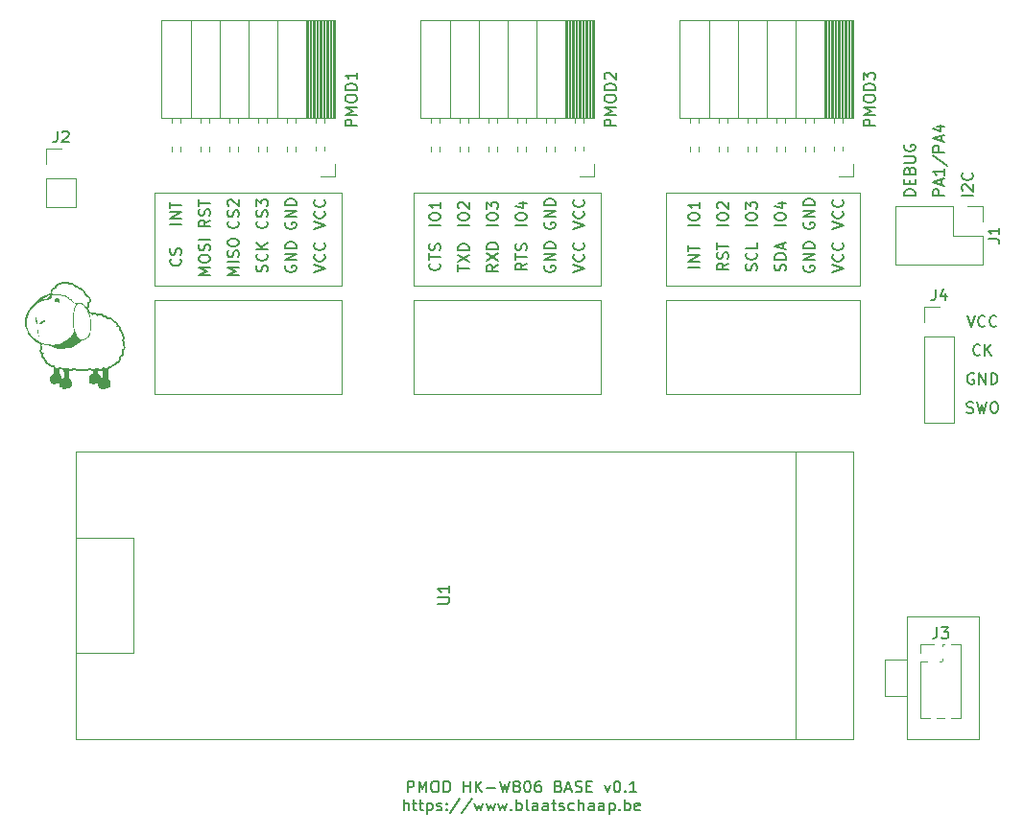
<source format=gbr>
%TF.GenerationSoftware,KiCad,Pcbnew,(6.0.10)*%
%TF.CreationDate,2023-01-05T13:42:57+01:00*%
%TF.ProjectId,pmod_hk-w806_baseboard,706d6f64-5f68-46b2-9d77-3830365f6261,rev?*%
%TF.SameCoordinates,Original*%
%TF.FileFunction,Legend,Top*%
%TF.FilePolarity,Positive*%
%FSLAX46Y46*%
G04 Gerber Fmt 4.6, Leading zero omitted, Abs format (unit mm)*
G04 Created by KiCad (PCBNEW (6.0.10)) date 2023-01-05 13:42:57*
%MOMM*%
%LPD*%
G01*
G04 APERTURE LIST*
%ADD10C,0.120000*%
%ADD11C,0.150000*%
G04 APERTURE END LIST*
D10*
X81915000Y-33020000D02*
X98425000Y-33020000D01*
X98425000Y-33020000D02*
X98425000Y-41275000D01*
X98425000Y-41275000D02*
X81915000Y-41275000D01*
X81915000Y-41275000D02*
X81915000Y-33020000D01*
X59055000Y-33020000D02*
X75565000Y-33020000D01*
X75565000Y-33020000D02*
X75565000Y-41275000D01*
X75565000Y-41275000D02*
X59055000Y-41275000D01*
X59055000Y-41275000D02*
X59055000Y-33020000D01*
X104140000Y-42545000D02*
X121285000Y-42545000D01*
X121285000Y-42545000D02*
X121285000Y-50800000D01*
X121285000Y-50800000D02*
X104140000Y-50800000D01*
X104140000Y-50800000D02*
X104140000Y-42545000D01*
X125412500Y-70485000D02*
X131762500Y-70485000D01*
X131762500Y-70485000D02*
X131762500Y-81280000D01*
X131762500Y-81280000D02*
X125412500Y-81280000D01*
X125412500Y-81280000D02*
X125412500Y-70485000D01*
X81915000Y-42545000D02*
X98425000Y-42545000D01*
X98425000Y-42545000D02*
X98425000Y-50800000D01*
X98425000Y-50800000D02*
X81915000Y-50800000D01*
X81915000Y-50800000D02*
X81915000Y-42545000D01*
X104140000Y-33020000D02*
X121285000Y-33020000D01*
X121285000Y-33020000D02*
X121285000Y-41275000D01*
X121285000Y-41275000D02*
X104140000Y-41275000D01*
X104140000Y-41275000D02*
X104140000Y-33020000D01*
X123507500Y-74295000D02*
X125412500Y-74295000D01*
X125412500Y-74295000D02*
X125412500Y-77470000D01*
X125412500Y-77470000D02*
X123507500Y-77470000D01*
X123507500Y-77470000D02*
X123507500Y-74295000D01*
X59055000Y-42545000D02*
X75565000Y-42545000D01*
X75565000Y-42545000D02*
X75565000Y-50800000D01*
X75565000Y-50800000D02*
X59055000Y-50800000D01*
X59055000Y-50800000D02*
X59055000Y-42545000D01*
D11*
X130746666Y-43902380D02*
X131080000Y-44902380D01*
X131413333Y-43902380D01*
X132318095Y-44807142D02*
X132270476Y-44854761D01*
X132127619Y-44902380D01*
X132032380Y-44902380D01*
X131889523Y-44854761D01*
X131794285Y-44759523D01*
X131746666Y-44664285D01*
X131699047Y-44473809D01*
X131699047Y-44330952D01*
X131746666Y-44140476D01*
X131794285Y-44045238D01*
X131889523Y-43950000D01*
X132032380Y-43902380D01*
X132127619Y-43902380D01*
X132270476Y-43950000D01*
X132318095Y-43997619D01*
X133318095Y-44807142D02*
X133270476Y-44854761D01*
X133127619Y-44902380D01*
X133032380Y-44902380D01*
X132889523Y-44854761D01*
X132794285Y-44759523D01*
X132746666Y-44664285D01*
X132699047Y-44473809D01*
X132699047Y-44330952D01*
X132746666Y-44140476D01*
X132794285Y-44045238D01*
X132889523Y-43950000D01*
X133032380Y-43902380D01*
X133127619Y-43902380D01*
X133270476Y-43950000D01*
X133318095Y-43997619D01*
X107132380Y-39639761D02*
X106132380Y-39639761D01*
X107132380Y-39163571D02*
X106132380Y-39163571D01*
X107132380Y-38592142D01*
X106132380Y-38592142D01*
X106132380Y-38258809D02*
X106132380Y-37687380D01*
X107132380Y-37973095D02*
X106132380Y-37973095D01*
X61412380Y-35829761D02*
X60412380Y-35829761D01*
X61412380Y-35353571D02*
X60412380Y-35353571D01*
X61412380Y-34782142D01*
X60412380Y-34782142D01*
X60412380Y-34448809D02*
X60412380Y-33877380D01*
X61412380Y-34163095D02*
X60412380Y-34163095D01*
X70620000Y-35686904D02*
X70572380Y-35782142D01*
X70572380Y-35925000D01*
X70620000Y-36067857D01*
X70715238Y-36163095D01*
X70810476Y-36210714D01*
X71000952Y-36258333D01*
X71143809Y-36258333D01*
X71334285Y-36210714D01*
X71429523Y-36163095D01*
X71524761Y-36067857D01*
X71572380Y-35925000D01*
X71572380Y-35829761D01*
X71524761Y-35686904D01*
X71477142Y-35639285D01*
X71143809Y-35639285D01*
X71143809Y-35829761D01*
X71572380Y-35210714D02*
X70572380Y-35210714D01*
X71572380Y-34639285D01*
X70572380Y-34639285D01*
X71572380Y-34163095D02*
X70572380Y-34163095D01*
X70572380Y-33925000D01*
X70620000Y-33782142D01*
X70715238Y-33686904D01*
X70810476Y-33639285D01*
X71000952Y-33591666D01*
X71143809Y-33591666D01*
X71334285Y-33639285D01*
X71429523Y-33686904D01*
X71524761Y-33782142D01*
X71572380Y-33925000D01*
X71572380Y-34163095D01*
X93480000Y-39496904D02*
X93432380Y-39592142D01*
X93432380Y-39735000D01*
X93480000Y-39877857D01*
X93575238Y-39973095D01*
X93670476Y-40020714D01*
X93860952Y-40068333D01*
X94003809Y-40068333D01*
X94194285Y-40020714D01*
X94289523Y-39973095D01*
X94384761Y-39877857D01*
X94432380Y-39735000D01*
X94432380Y-39639761D01*
X94384761Y-39496904D01*
X94337142Y-39449285D01*
X94003809Y-39449285D01*
X94003809Y-39639761D01*
X94432380Y-39020714D02*
X93432380Y-39020714D01*
X94432380Y-38449285D01*
X93432380Y-38449285D01*
X94432380Y-37973095D02*
X93432380Y-37973095D01*
X93432380Y-37735000D01*
X93480000Y-37592142D01*
X93575238Y-37496904D01*
X93670476Y-37449285D01*
X93860952Y-37401666D01*
X94003809Y-37401666D01*
X94194285Y-37449285D01*
X94289523Y-37496904D01*
X94384761Y-37592142D01*
X94432380Y-37735000D01*
X94432380Y-37973095D01*
X85812380Y-39996904D02*
X85812380Y-39425476D01*
X86812380Y-39711190D02*
X85812380Y-39711190D01*
X85812380Y-39187380D02*
X86812380Y-38520714D01*
X85812380Y-38520714D02*
X86812380Y-39187380D01*
X86812380Y-38139761D02*
X85812380Y-38139761D01*
X85812380Y-37901666D01*
X85860000Y-37758809D01*
X85955238Y-37663571D01*
X86050476Y-37615952D01*
X86240952Y-37568333D01*
X86383809Y-37568333D01*
X86574285Y-37615952D01*
X86669523Y-37663571D01*
X86764761Y-37758809D01*
X86812380Y-37901666D01*
X86812380Y-38139761D01*
X91892380Y-39282619D02*
X91416190Y-39615952D01*
X91892380Y-39854047D02*
X90892380Y-39854047D01*
X90892380Y-39473095D01*
X90940000Y-39377857D01*
X90987619Y-39330238D01*
X91082857Y-39282619D01*
X91225714Y-39282619D01*
X91320952Y-39330238D01*
X91368571Y-39377857D01*
X91416190Y-39473095D01*
X91416190Y-39854047D01*
X90892380Y-38996904D02*
X90892380Y-38425476D01*
X91892380Y-38711190D02*
X90892380Y-38711190D01*
X91844761Y-38139761D02*
X91892380Y-37996904D01*
X91892380Y-37758809D01*
X91844761Y-37663571D01*
X91797142Y-37615952D01*
X91701904Y-37568333D01*
X91606666Y-37568333D01*
X91511428Y-37615952D01*
X91463809Y-37663571D01*
X91416190Y-37758809D01*
X91368571Y-37949285D01*
X91320952Y-38044523D01*
X91273333Y-38092142D01*
X91178095Y-38139761D01*
X91082857Y-38139761D01*
X90987619Y-38092142D01*
X90940000Y-38044523D01*
X90892380Y-37949285D01*
X90892380Y-37711190D01*
X90940000Y-37568333D01*
X118832380Y-40068333D02*
X119832380Y-39735000D01*
X118832380Y-39401666D01*
X119737142Y-38496904D02*
X119784761Y-38544523D01*
X119832380Y-38687380D01*
X119832380Y-38782619D01*
X119784761Y-38925476D01*
X119689523Y-39020714D01*
X119594285Y-39068333D01*
X119403809Y-39115952D01*
X119260952Y-39115952D01*
X119070476Y-39068333D01*
X118975238Y-39020714D01*
X118880000Y-38925476D01*
X118832380Y-38782619D01*
X118832380Y-38687380D01*
X118880000Y-38544523D01*
X118927619Y-38496904D01*
X119737142Y-37496904D02*
X119784761Y-37544523D01*
X119832380Y-37687380D01*
X119832380Y-37782619D01*
X119784761Y-37925476D01*
X119689523Y-38020714D01*
X119594285Y-38068333D01*
X119403809Y-38115952D01*
X119260952Y-38115952D01*
X119070476Y-38068333D01*
X118975238Y-38020714D01*
X118880000Y-37925476D01*
X118832380Y-37782619D01*
X118832380Y-37687380D01*
X118880000Y-37544523D01*
X118927619Y-37496904D01*
X107132380Y-35925000D02*
X106132380Y-35925000D01*
X106132380Y-35258333D02*
X106132380Y-35067857D01*
X106180000Y-34972619D01*
X106275238Y-34877380D01*
X106465714Y-34829761D01*
X106799047Y-34829761D01*
X106989523Y-34877380D01*
X107084761Y-34972619D01*
X107132380Y-35067857D01*
X107132380Y-35258333D01*
X107084761Y-35353571D01*
X106989523Y-35448809D01*
X106799047Y-35496428D01*
X106465714Y-35496428D01*
X106275238Y-35448809D01*
X106180000Y-35353571D01*
X106132380Y-35258333D01*
X107132380Y-33877380D02*
X107132380Y-34448809D01*
X107132380Y-34163095D02*
X106132380Y-34163095D01*
X106275238Y-34258333D01*
X106370476Y-34353571D01*
X106418095Y-34448809D01*
X81368571Y-86007380D02*
X81368571Y-85007380D01*
X81749523Y-85007380D01*
X81844761Y-85055000D01*
X81892380Y-85102619D01*
X81940000Y-85197857D01*
X81940000Y-85340714D01*
X81892380Y-85435952D01*
X81844761Y-85483571D01*
X81749523Y-85531190D01*
X81368571Y-85531190D01*
X82368571Y-86007380D02*
X82368571Y-85007380D01*
X82701904Y-85721666D01*
X83035238Y-85007380D01*
X83035238Y-86007380D01*
X83701904Y-85007380D02*
X83892380Y-85007380D01*
X83987619Y-85055000D01*
X84082857Y-85150238D01*
X84130476Y-85340714D01*
X84130476Y-85674047D01*
X84082857Y-85864523D01*
X83987619Y-85959761D01*
X83892380Y-86007380D01*
X83701904Y-86007380D01*
X83606666Y-85959761D01*
X83511428Y-85864523D01*
X83463809Y-85674047D01*
X83463809Y-85340714D01*
X83511428Y-85150238D01*
X83606666Y-85055000D01*
X83701904Y-85007380D01*
X84559047Y-86007380D02*
X84559047Y-85007380D01*
X84797142Y-85007380D01*
X84940000Y-85055000D01*
X85035238Y-85150238D01*
X85082857Y-85245476D01*
X85130476Y-85435952D01*
X85130476Y-85578809D01*
X85082857Y-85769285D01*
X85035238Y-85864523D01*
X84940000Y-85959761D01*
X84797142Y-86007380D01*
X84559047Y-86007380D01*
X86320952Y-86007380D02*
X86320952Y-85007380D01*
X86320952Y-85483571D02*
X86892380Y-85483571D01*
X86892380Y-86007380D02*
X86892380Y-85007380D01*
X87368571Y-86007380D02*
X87368571Y-85007380D01*
X87940000Y-86007380D02*
X87511428Y-85435952D01*
X87940000Y-85007380D02*
X87368571Y-85578809D01*
X88368571Y-85626428D02*
X89130476Y-85626428D01*
X89511428Y-85007380D02*
X89749523Y-86007380D01*
X89940000Y-85293095D01*
X90130476Y-86007380D01*
X90368571Y-85007380D01*
X90892380Y-85435952D02*
X90797142Y-85388333D01*
X90749523Y-85340714D01*
X90701904Y-85245476D01*
X90701904Y-85197857D01*
X90749523Y-85102619D01*
X90797142Y-85055000D01*
X90892380Y-85007380D01*
X91082857Y-85007380D01*
X91178095Y-85055000D01*
X91225714Y-85102619D01*
X91273333Y-85197857D01*
X91273333Y-85245476D01*
X91225714Y-85340714D01*
X91178095Y-85388333D01*
X91082857Y-85435952D01*
X90892380Y-85435952D01*
X90797142Y-85483571D01*
X90749523Y-85531190D01*
X90701904Y-85626428D01*
X90701904Y-85816904D01*
X90749523Y-85912142D01*
X90797142Y-85959761D01*
X90892380Y-86007380D01*
X91082857Y-86007380D01*
X91178095Y-85959761D01*
X91225714Y-85912142D01*
X91273333Y-85816904D01*
X91273333Y-85626428D01*
X91225714Y-85531190D01*
X91178095Y-85483571D01*
X91082857Y-85435952D01*
X91892380Y-85007380D02*
X91987619Y-85007380D01*
X92082857Y-85055000D01*
X92130476Y-85102619D01*
X92178095Y-85197857D01*
X92225714Y-85388333D01*
X92225714Y-85626428D01*
X92178095Y-85816904D01*
X92130476Y-85912142D01*
X92082857Y-85959761D01*
X91987619Y-86007380D01*
X91892380Y-86007380D01*
X91797142Y-85959761D01*
X91749523Y-85912142D01*
X91701904Y-85816904D01*
X91654285Y-85626428D01*
X91654285Y-85388333D01*
X91701904Y-85197857D01*
X91749523Y-85102619D01*
X91797142Y-85055000D01*
X91892380Y-85007380D01*
X93082857Y-85007380D02*
X92892380Y-85007380D01*
X92797142Y-85055000D01*
X92749523Y-85102619D01*
X92654285Y-85245476D01*
X92606666Y-85435952D01*
X92606666Y-85816904D01*
X92654285Y-85912142D01*
X92701904Y-85959761D01*
X92797142Y-86007380D01*
X92987619Y-86007380D01*
X93082857Y-85959761D01*
X93130476Y-85912142D01*
X93178095Y-85816904D01*
X93178095Y-85578809D01*
X93130476Y-85483571D01*
X93082857Y-85435952D01*
X92987619Y-85388333D01*
X92797142Y-85388333D01*
X92701904Y-85435952D01*
X92654285Y-85483571D01*
X92606666Y-85578809D01*
X94701904Y-85483571D02*
X94844761Y-85531190D01*
X94892380Y-85578809D01*
X94940000Y-85674047D01*
X94940000Y-85816904D01*
X94892380Y-85912142D01*
X94844761Y-85959761D01*
X94749523Y-86007380D01*
X94368571Y-86007380D01*
X94368571Y-85007380D01*
X94701904Y-85007380D01*
X94797142Y-85055000D01*
X94844761Y-85102619D01*
X94892380Y-85197857D01*
X94892380Y-85293095D01*
X94844761Y-85388333D01*
X94797142Y-85435952D01*
X94701904Y-85483571D01*
X94368571Y-85483571D01*
X95320952Y-85721666D02*
X95797142Y-85721666D01*
X95225714Y-86007380D02*
X95559047Y-85007380D01*
X95892380Y-86007380D01*
X96178095Y-85959761D02*
X96320952Y-86007380D01*
X96559047Y-86007380D01*
X96654285Y-85959761D01*
X96701904Y-85912142D01*
X96749523Y-85816904D01*
X96749523Y-85721666D01*
X96701904Y-85626428D01*
X96654285Y-85578809D01*
X96559047Y-85531190D01*
X96368571Y-85483571D01*
X96273333Y-85435952D01*
X96225714Y-85388333D01*
X96178095Y-85293095D01*
X96178095Y-85197857D01*
X96225714Y-85102619D01*
X96273333Y-85055000D01*
X96368571Y-85007380D01*
X96606666Y-85007380D01*
X96749523Y-85055000D01*
X97178095Y-85483571D02*
X97511428Y-85483571D01*
X97654285Y-86007380D02*
X97178095Y-86007380D01*
X97178095Y-85007380D01*
X97654285Y-85007380D01*
X98749523Y-85340714D02*
X98987619Y-86007380D01*
X99225714Y-85340714D01*
X99797142Y-85007380D02*
X99892380Y-85007380D01*
X99987619Y-85055000D01*
X100035238Y-85102619D01*
X100082857Y-85197857D01*
X100130476Y-85388333D01*
X100130476Y-85626428D01*
X100082857Y-85816904D01*
X100035238Y-85912142D01*
X99987619Y-85959761D01*
X99892380Y-86007380D01*
X99797142Y-86007380D01*
X99701904Y-85959761D01*
X99654285Y-85912142D01*
X99606666Y-85816904D01*
X99559047Y-85626428D01*
X99559047Y-85388333D01*
X99606666Y-85197857D01*
X99654285Y-85102619D01*
X99701904Y-85055000D01*
X99797142Y-85007380D01*
X100559047Y-85912142D02*
X100606666Y-85959761D01*
X100559047Y-86007380D01*
X100511428Y-85959761D01*
X100559047Y-85912142D01*
X100559047Y-86007380D01*
X101559047Y-86007380D02*
X100987619Y-86007380D01*
X101273333Y-86007380D02*
X101273333Y-85007380D01*
X101178095Y-85150238D01*
X101082857Y-85245476D01*
X100987619Y-85293095D01*
X81035238Y-87617380D02*
X81035238Y-86617380D01*
X81463809Y-87617380D02*
X81463809Y-87093571D01*
X81416190Y-86998333D01*
X81320952Y-86950714D01*
X81178095Y-86950714D01*
X81082857Y-86998333D01*
X81035238Y-87045952D01*
X81797142Y-86950714D02*
X82178095Y-86950714D01*
X81940000Y-86617380D02*
X81940000Y-87474523D01*
X81987619Y-87569761D01*
X82082857Y-87617380D01*
X82178095Y-87617380D01*
X82368571Y-86950714D02*
X82749523Y-86950714D01*
X82511428Y-86617380D02*
X82511428Y-87474523D01*
X82559047Y-87569761D01*
X82654285Y-87617380D01*
X82749523Y-87617380D01*
X83082857Y-86950714D02*
X83082857Y-87950714D01*
X83082857Y-86998333D02*
X83178095Y-86950714D01*
X83368571Y-86950714D01*
X83463809Y-86998333D01*
X83511428Y-87045952D01*
X83559047Y-87141190D01*
X83559047Y-87426904D01*
X83511428Y-87522142D01*
X83463809Y-87569761D01*
X83368571Y-87617380D01*
X83178095Y-87617380D01*
X83082857Y-87569761D01*
X83940000Y-87569761D02*
X84035238Y-87617380D01*
X84225714Y-87617380D01*
X84320952Y-87569761D01*
X84368571Y-87474523D01*
X84368571Y-87426904D01*
X84320952Y-87331666D01*
X84225714Y-87284047D01*
X84082857Y-87284047D01*
X83987619Y-87236428D01*
X83940000Y-87141190D01*
X83940000Y-87093571D01*
X83987619Y-86998333D01*
X84082857Y-86950714D01*
X84225714Y-86950714D01*
X84320952Y-86998333D01*
X84797142Y-87522142D02*
X84844761Y-87569761D01*
X84797142Y-87617380D01*
X84749523Y-87569761D01*
X84797142Y-87522142D01*
X84797142Y-87617380D01*
X84797142Y-86998333D02*
X84844761Y-87045952D01*
X84797142Y-87093571D01*
X84749523Y-87045952D01*
X84797142Y-86998333D01*
X84797142Y-87093571D01*
X85987619Y-86569761D02*
X85130476Y-87855476D01*
X87035238Y-86569761D02*
X86178095Y-87855476D01*
X87273333Y-86950714D02*
X87463809Y-87617380D01*
X87654285Y-87141190D01*
X87844761Y-87617380D01*
X88035238Y-86950714D01*
X88320952Y-86950714D02*
X88511428Y-87617380D01*
X88701904Y-87141190D01*
X88892380Y-87617380D01*
X89082857Y-86950714D01*
X89368571Y-86950714D02*
X89559047Y-87617380D01*
X89749523Y-87141190D01*
X89940000Y-87617380D01*
X90130476Y-86950714D01*
X90511428Y-87522142D02*
X90559047Y-87569761D01*
X90511428Y-87617380D01*
X90463809Y-87569761D01*
X90511428Y-87522142D01*
X90511428Y-87617380D01*
X90987619Y-87617380D02*
X90987619Y-86617380D01*
X90987619Y-86998333D02*
X91082857Y-86950714D01*
X91273333Y-86950714D01*
X91368571Y-86998333D01*
X91416190Y-87045952D01*
X91463809Y-87141190D01*
X91463809Y-87426904D01*
X91416190Y-87522142D01*
X91368571Y-87569761D01*
X91273333Y-87617380D01*
X91082857Y-87617380D01*
X90987619Y-87569761D01*
X92035238Y-87617380D02*
X91940000Y-87569761D01*
X91892380Y-87474523D01*
X91892380Y-86617380D01*
X92844761Y-87617380D02*
X92844761Y-87093571D01*
X92797142Y-86998333D01*
X92701904Y-86950714D01*
X92511428Y-86950714D01*
X92416190Y-86998333D01*
X92844761Y-87569761D02*
X92749523Y-87617380D01*
X92511428Y-87617380D01*
X92416190Y-87569761D01*
X92368571Y-87474523D01*
X92368571Y-87379285D01*
X92416190Y-87284047D01*
X92511428Y-87236428D01*
X92749523Y-87236428D01*
X92844761Y-87188809D01*
X93749523Y-87617380D02*
X93749523Y-87093571D01*
X93701904Y-86998333D01*
X93606666Y-86950714D01*
X93416190Y-86950714D01*
X93320952Y-86998333D01*
X93749523Y-87569761D02*
X93654285Y-87617380D01*
X93416190Y-87617380D01*
X93320952Y-87569761D01*
X93273333Y-87474523D01*
X93273333Y-87379285D01*
X93320952Y-87284047D01*
X93416190Y-87236428D01*
X93654285Y-87236428D01*
X93749523Y-87188809D01*
X94082857Y-86950714D02*
X94463809Y-86950714D01*
X94225714Y-86617380D02*
X94225714Y-87474523D01*
X94273333Y-87569761D01*
X94368571Y-87617380D01*
X94463809Y-87617380D01*
X94749523Y-87569761D02*
X94844761Y-87617380D01*
X95035238Y-87617380D01*
X95130476Y-87569761D01*
X95178095Y-87474523D01*
X95178095Y-87426904D01*
X95130476Y-87331666D01*
X95035238Y-87284047D01*
X94892380Y-87284047D01*
X94797142Y-87236428D01*
X94749523Y-87141190D01*
X94749523Y-87093571D01*
X94797142Y-86998333D01*
X94892380Y-86950714D01*
X95035238Y-86950714D01*
X95130476Y-86998333D01*
X96035238Y-87569761D02*
X95940000Y-87617380D01*
X95749523Y-87617380D01*
X95654285Y-87569761D01*
X95606666Y-87522142D01*
X95559047Y-87426904D01*
X95559047Y-87141190D01*
X95606666Y-87045952D01*
X95654285Y-86998333D01*
X95749523Y-86950714D01*
X95940000Y-86950714D01*
X96035238Y-86998333D01*
X96463809Y-87617380D02*
X96463809Y-86617380D01*
X96892380Y-87617380D02*
X96892380Y-87093571D01*
X96844761Y-86998333D01*
X96749523Y-86950714D01*
X96606666Y-86950714D01*
X96511428Y-86998333D01*
X96463809Y-87045952D01*
X97797142Y-87617380D02*
X97797142Y-87093571D01*
X97749523Y-86998333D01*
X97654285Y-86950714D01*
X97463809Y-86950714D01*
X97368571Y-86998333D01*
X97797142Y-87569761D02*
X97701904Y-87617380D01*
X97463809Y-87617380D01*
X97368571Y-87569761D01*
X97320952Y-87474523D01*
X97320952Y-87379285D01*
X97368571Y-87284047D01*
X97463809Y-87236428D01*
X97701904Y-87236428D01*
X97797142Y-87188809D01*
X98701904Y-87617380D02*
X98701904Y-87093571D01*
X98654285Y-86998333D01*
X98559047Y-86950714D01*
X98368571Y-86950714D01*
X98273333Y-86998333D01*
X98701904Y-87569761D02*
X98606666Y-87617380D01*
X98368571Y-87617380D01*
X98273333Y-87569761D01*
X98225714Y-87474523D01*
X98225714Y-87379285D01*
X98273333Y-87284047D01*
X98368571Y-87236428D01*
X98606666Y-87236428D01*
X98701904Y-87188809D01*
X99178095Y-86950714D02*
X99178095Y-87950714D01*
X99178095Y-86998333D02*
X99273333Y-86950714D01*
X99463809Y-86950714D01*
X99559047Y-86998333D01*
X99606666Y-87045952D01*
X99654285Y-87141190D01*
X99654285Y-87426904D01*
X99606666Y-87522142D01*
X99559047Y-87569761D01*
X99463809Y-87617380D01*
X99273333Y-87617380D01*
X99178095Y-87569761D01*
X100082857Y-87522142D02*
X100130476Y-87569761D01*
X100082857Y-87617380D01*
X100035238Y-87569761D01*
X100082857Y-87522142D01*
X100082857Y-87617380D01*
X100559047Y-87617380D02*
X100559047Y-86617380D01*
X100559047Y-86998333D02*
X100654285Y-86950714D01*
X100844761Y-86950714D01*
X100940000Y-86998333D01*
X100987619Y-87045952D01*
X101035238Y-87141190D01*
X101035238Y-87426904D01*
X100987619Y-87522142D01*
X100940000Y-87569761D01*
X100844761Y-87617380D01*
X100654285Y-87617380D01*
X100559047Y-87569761D01*
X101844761Y-87569761D02*
X101749523Y-87617380D01*
X101559047Y-87617380D01*
X101463809Y-87569761D01*
X101416190Y-87474523D01*
X101416190Y-87093571D01*
X101463809Y-86998333D01*
X101559047Y-86950714D01*
X101749523Y-86950714D01*
X101844761Y-86998333D01*
X101892380Y-87093571D01*
X101892380Y-87188809D01*
X101416190Y-87284047D01*
X84177142Y-39282619D02*
X84224761Y-39330238D01*
X84272380Y-39473095D01*
X84272380Y-39568333D01*
X84224761Y-39711190D01*
X84129523Y-39806428D01*
X84034285Y-39854047D01*
X83843809Y-39901666D01*
X83700952Y-39901666D01*
X83510476Y-39854047D01*
X83415238Y-39806428D01*
X83320000Y-39711190D01*
X83272380Y-39568333D01*
X83272380Y-39473095D01*
X83320000Y-39330238D01*
X83367619Y-39282619D01*
X83272380Y-38996904D02*
X83272380Y-38425476D01*
X84272380Y-38711190D02*
X83272380Y-38711190D01*
X84224761Y-38139761D02*
X84272380Y-37996904D01*
X84272380Y-37758809D01*
X84224761Y-37663571D01*
X84177142Y-37615952D01*
X84081904Y-37568333D01*
X83986666Y-37568333D01*
X83891428Y-37615952D01*
X83843809Y-37663571D01*
X83796190Y-37758809D01*
X83748571Y-37949285D01*
X83700952Y-38044523D01*
X83653333Y-38092142D01*
X83558095Y-38139761D01*
X83462857Y-38139761D01*
X83367619Y-38092142D01*
X83320000Y-38044523D01*
X83272380Y-37949285D01*
X83272380Y-37711190D01*
X83320000Y-37568333D01*
X84272380Y-35925000D02*
X83272380Y-35925000D01*
X83272380Y-35258333D02*
X83272380Y-35067857D01*
X83320000Y-34972619D01*
X83415238Y-34877380D01*
X83605714Y-34829761D01*
X83939047Y-34829761D01*
X84129523Y-34877380D01*
X84224761Y-34972619D01*
X84272380Y-35067857D01*
X84272380Y-35258333D01*
X84224761Y-35353571D01*
X84129523Y-35448809D01*
X83939047Y-35496428D01*
X83605714Y-35496428D01*
X83415238Y-35448809D01*
X83320000Y-35353571D01*
X83272380Y-35258333D01*
X84272380Y-33877380D02*
X84272380Y-34448809D01*
X84272380Y-34163095D02*
X83272380Y-34163095D01*
X83415238Y-34258333D01*
X83510476Y-34353571D01*
X83558095Y-34448809D01*
X131262380Y-33319404D02*
X130262380Y-33319404D01*
X130357619Y-32890833D02*
X130310000Y-32843214D01*
X130262380Y-32747976D01*
X130262380Y-32509880D01*
X130310000Y-32414642D01*
X130357619Y-32367023D01*
X130452857Y-32319404D01*
X130548095Y-32319404D01*
X130690952Y-32367023D01*
X131262380Y-32938452D01*
X131262380Y-32319404D01*
X131167142Y-31319404D02*
X131214761Y-31367023D01*
X131262380Y-31509880D01*
X131262380Y-31605119D01*
X131214761Y-31747976D01*
X131119523Y-31843214D01*
X131024285Y-31890833D01*
X130833809Y-31938452D01*
X130690952Y-31938452D01*
X130500476Y-31890833D01*
X130405238Y-31843214D01*
X130310000Y-31747976D01*
X130262380Y-31605119D01*
X130262380Y-31509880D01*
X130310000Y-31367023D01*
X130357619Y-31319404D01*
X61317142Y-38901666D02*
X61364761Y-38949285D01*
X61412380Y-39092142D01*
X61412380Y-39187380D01*
X61364761Y-39330238D01*
X61269523Y-39425476D01*
X61174285Y-39473095D01*
X60983809Y-39520714D01*
X60840952Y-39520714D01*
X60650476Y-39473095D01*
X60555238Y-39425476D01*
X60460000Y-39330238D01*
X60412380Y-39187380D01*
X60412380Y-39092142D01*
X60460000Y-38949285D01*
X60507619Y-38901666D01*
X61364761Y-38520714D02*
X61412380Y-38377857D01*
X61412380Y-38139761D01*
X61364761Y-38044523D01*
X61317142Y-37996904D01*
X61221904Y-37949285D01*
X61126666Y-37949285D01*
X61031428Y-37996904D01*
X60983809Y-38044523D01*
X60936190Y-38139761D01*
X60888571Y-38330238D01*
X60840952Y-38425476D01*
X60793333Y-38473095D01*
X60698095Y-38520714D01*
X60602857Y-38520714D01*
X60507619Y-38473095D01*
X60460000Y-38425476D01*
X60412380Y-38330238D01*
X60412380Y-38092142D01*
X60460000Y-37949285D01*
X66492380Y-40306428D02*
X65492380Y-40306428D01*
X66206666Y-39973095D01*
X65492380Y-39639761D01*
X66492380Y-39639761D01*
X66492380Y-39163571D02*
X65492380Y-39163571D01*
X66444761Y-38735000D02*
X66492380Y-38592142D01*
X66492380Y-38354047D01*
X66444761Y-38258809D01*
X66397142Y-38211190D01*
X66301904Y-38163571D01*
X66206666Y-38163571D01*
X66111428Y-38211190D01*
X66063809Y-38258809D01*
X66016190Y-38354047D01*
X65968571Y-38544523D01*
X65920952Y-38639761D01*
X65873333Y-38687380D01*
X65778095Y-38735000D01*
X65682857Y-38735000D01*
X65587619Y-38687380D01*
X65540000Y-38639761D01*
X65492380Y-38544523D01*
X65492380Y-38306428D01*
X65540000Y-38163571D01*
X65492380Y-37544523D02*
X65492380Y-37354047D01*
X65540000Y-37258809D01*
X65635238Y-37163571D01*
X65825714Y-37115952D01*
X66159047Y-37115952D01*
X66349523Y-37163571D01*
X66444761Y-37258809D01*
X66492380Y-37354047D01*
X66492380Y-37544523D01*
X66444761Y-37639761D01*
X66349523Y-37735000D01*
X66159047Y-37782619D01*
X65825714Y-37782619D01*
X65635238Y-37735000D01*
X65540000Y-37639761D01*
X65492380Y-37544523D01*
X68984761Y-40020714D02*
X69032380Y-39877857D01*
X69032380Y-39639761D01*
X68984761Y-39544523D01*
X68937142Y-39496904D01*
X68841904Y-39449285D01*
X68746666Y-39449285D01*
X68651428Y-39496904D01*
X68603809Y-39544523D01*
X68556190Y-39639761D01*
X68508571Y-39830238D01*
X68460952Y-39925476D01*
X68413333Y-39973095D01*
X68318095Y-40020714D01*
X68222857Y-40020714D01*
X68127619Y-39973095D01*
X68080000Y-39925476D01*
X68032380Y-39830238D01*
X68032380Y-39592142D01*
X68080000Y-39449285D01*
X68937142Y-38449285D02*
X68984761Y-38496904D01*
X69032380Y-38639761D01*
X69032380Y-38735000D01*
X68984761Y-38877857D01*
X68889523Y-38973095D01*
X68794285Y-39020714D01*
X68603809Y-39068333D01*
X68460952Y-39068333D01*
X68270476Y-39020714D01*
X68175238Y-38973095D01*
X68080000Y-38877857D01*
X68032380Y-38735000D01*
X68032380Y-38639761D01*
X68080000Y-38496904D01*
X68127619Y-38449285D01*
X69032380Y-38020714D02*
X68032380Y-38020714D01*
X69032380Y-37449285D02*
X68460952Y-37877857D01*
X68032380Y-37449285D02*
X68603809Y-38020714D01*
X70620000Y-39496904D02*
X70572380Y-39592142D01*
X70572380Y-39735000D01*
X70620000Y-39877857D01*
X70715238Y-39973095D01*
X70810476Y-40020714D01*
X71000952Y-40068333D01*
X71143809Y-40068333D01*
X71334285Y-40020714D01*
X71429523Y-39973095D01*
X71524761Y-39877857D01*
X71572380Y-39735000D01*
X71572380Y-39639761D01*
X71524761Y-39496904D01*
X71477142Y-39449285D01*
X71143809Y-39449285D01*
X71143809Y-39639761D01*
X71572380Y-39020714D02*
X70572380Y-39020714D01*
X71572380Y-38449285D01*
X70572380Y-38449285D01*
X71572380Y-37973095D02*
X70572380Y-37973095D01*
X70572380Y-37735000D01*
X70620000Y-37592142D01*
X70715238Y-37496904D01*
X70810476Y-37449285D01*
X71000952Y-37401666D01*
X71143809Y-37401666D01*
X71334285Y-37449285D01*
X71429523Y-37496904D01*
X71524761Y-37592142D01*
X71572380Y-37735000D01*
X71572380Y-37973095D01*
X130699047Y-52474761D02*
X130841904Y-52522380D01*
X131080000Y-52522380D01*
X131175238Y-52474761D01*
X131222857Y-52427142D01*
X131270476Y-52331904D01*
X131270476Y-52236666D01*
X131222857Y-52141428D01*
X131175238Y-52093809D01*
X131080000Y-52046190D01*
X130889523Y-51998571D01*
X130794285Y-51950952D01*
X130746666Y-51903333D01*
X130699047Y-51808095D01*
X130699047Y-51712857D01*
X130746666Y-51617619D01*
X130794285Y-51570000D01*
X130889523Y-51522380D01*
X131127619Y-51522380D01*
X131270476Y-51570000D01*
X131603809Y-51522380D02*
X131841904Y-52522380D01*
X132032380Y-51808095D01*
X132222857Y-52522380D01*
X132460952Y-51522380D01*
X133032380Y-51522380D02*
X133222857Y-51522380D01*
X133318095Y-51570000D01*
X133413333Y-51665238D01*
X133460952Y-51855714D01*
X133460952Y-52189047D01*
X133413333Y-52379523D01*
X133318095Y-52474761D01*
X133222857Y-52522380D01*
X133032380Y-52522380D01*
X132937142Y-52474761D01*
X132841904Y-52379523D01*
X132794285Y-52189047D01*
X132794285Y-51855714D01*
X132841904Y-51665238D01*
X132937142Y-51570000D01*
X133032380Y-51522380D01*
X116340000Y-39496904D02*
X116292380Y-39592142D01*
X116292380Y-39735000D01*
X116340000Y-39877857D01*
X116435238Y-39973095D01*
X116530476Y-40020714D01*
X116720952Y-40068333D01*
X116863809Y-40068333D01*
X117054285Y-40020714D01*
X117149523Y-39973095D01*
X117244761Y-39877857D01*
X117292380Y-39735000D01*
X117292380Y-39639761D01*
X117244761Y-39496904D01*
X117197142Y-39449285D01*
X116863809Y-39449285D01*
X116863809Y-39639761D01*
X117292380Y-39020714D02*
X116292380Y-39020714D01*
X117292380Y-38449285D01*
X116292380Y-38449285D01*
X117292380Y-37973095D02*
X116292380Y-37973095D01*
X116292380Y-37735000D01*
X116340000Y-37592142D01*
X116435238Y-37496904D01*
X116530476Y-37449285D01*
X116720952Y-37401666D01*
X116863809Y-37401666D01*
X117054285Y-37449285D01*
X117149523Y-37496904D01*
X117244761Y-37592142D01*
X117292380Y-37735000D01*
X117292380Y-37973095D01*
X73112380Y-40068333D02*
X74112380Y-39735000D01*
X73112380Y-39401666D01*
X74017142Y-38496904D02*
X74064761Y-38544523D01*
X74112380Y-38687380D01*
X74112380Y-38782619D01*
X74064761Y-38925476D01*
X73969523Y-39020714D01*
X73874285Y-39068333D01*
X73683809Y-39115952D01*
X73540952Y-39115952D01*
X73350476Y-39068333D01*
X73255238Y-39020714D01*
X73160000Y-38925476D01*
X73112380Y-38782619D01*
X73112380Y-38687380D01*
X73160000Y-38544523D01*
X73207619Y-38496904D01*
X74017142Y-37496904D02*
X74064761Y-37544523D01*
X74112380Y-37687380D01*
X74112380Y-37782619D01*
X74064761Y-37925476D01*
X73969523Y-38020714D01*
X73874285Y-38068333D01*
X73683809Y-38115952D01*
X73540952Y-38115952D01*
X73350476Y-38068333D01*
X73255238Y-38020714D01*
X73160000Y-37925476D01*
X73112380Y-37782619D01*
X73112380Y-37687380D01*
X73160000Y-37544523D01*
X73207619Y-37496904D01*
X116340000Y-35686904D02*
X116292380Y-35782142D01*
X116292380Y-35925000D01*
X116340000Y-36067857D01*
X116435238Y-36163095D01*
X116530476Y-36210714D01*
X116720952Y-36258333D01*
X116863809Y-36258333D01*
X117054285Y-36210714D01*
X117149523Y-36163095D01*
X117244761Y-36067857D01*
X117292380Y-35925000D01*
X117292380Y-35829761D01*
X117244761Y-35686904D01*
X117197142Y-35639285D01*
X116863809Y-35639285D01*
X116863809Y-35829761D01*
X117292380Y-35210714D02*
X116292380Y-35210714D01*
X117292380Y-34639285D01*
X116292380Y-34639285D01*
X117292380Y-34163095D02*
X116292380Y-34163095D01*
X116292380Y-33925000D01*
X116340000Y-33782142D01*
X116435238Y-33686904D01*
X116530476Y-33639285D01*
X116720952Y-33591666D01*
X116863809Y-33591666D01*
X117054285Y-33639285D01*
X117149523Y-33686904D01*
X117244761Y-33782142D01*
X117292380Y-33925000D01*
X117292380Y-34163095D01*
X63952380Y-40306428D02*
X62952380Y-40306428D01*
X63666666Y-39973095D01*
X62952380Y-39639761D01*
X63952380Y-39639761D01*
X62952380Y-38973095D02*
X62952380Y-38782619D01*
X63000000Y-38687380D01*
X63095238Y-38592142D01*
X63285714Y-38544523D01*
X63619047Y-38544523D01*
X63809523Y-38592142D01*
X63904761Y-38687380D01*
X63952380Y-38782619D01*
X63952380Y-38973095D01*
X63904761Y-39068333D01*
X63809523Y-39163571D01*
X63619047Y-39211190D01*
X63285714Y-39211190D01*
X63095238Y-39163571D01*
X63000000Y-39068333D01*
X62952380Y-38973095D01*
X63904761Y-38163571D02*
X63952380Y-38020714D01*
X63952380Y-37782619D01*
X63904761Y-37687380D01*
X63857142Y-37639761D01*
X63761904Y-37592142D01*
X63666666Y-37592142D01*
X63571428Y-37639761D01*
X63523809Y-37687380D01*
X63476190Y-37782619D01*
X63428571Y-37973095D01*
X63380952Y-38068333D01*
X63333333Y-38115952D01*
X63238095Y-38163571D01*
X63142857Y-38163571D01*
X63047619Y-38115952D01*
X63000000Y-38068333D01*
X62952380Y-37973095D01*
X62952380Y-37735000D01*
X63000000Y-37592142D01*
X63952380Y-37163571D02*
X62952380Y-37163571D01*
X91892380Y-35925000D02*
X90892380Y-35925000D01*
X90892380Y-35258333D02*
X90892380Y-35067857D01*
X90940000Y-34972619D01*
X91035238Y-34877380D01*
X91225714Y-34829761D01*
X91559047Y-34829761D01*
X91749523Y-34877380D01*
X91844761Y-34972619D01*
X91892380Y-35067857D01*
X91892380Y-35258333D01*
X91844761Y-35353571D01*
X91749523Y-35448809D01*
X91559047Y-35496428D01*
X91225714Y-35496428D01*
X91035238Y-35448809D01*
X90940000Y-35353571D01*
X90892380Y-35258333D01*
X91225714Y-33972619D02*
X91892380Y-33972619D01*
X90844761Y-34210714D02*
X91559047Y-34448809D01*
X91559047Y-33829761D01*
X89352380Y-35925000D02*
X88352380Y-35925000D01*
X88352380Y-35258333D02*
X88352380Y-35067857D01*
X88400000Y-34972619D01*
X88495238Y-34877380D01*
X88685714Y-34829761D01*
X89019047Y-34829761D01*
X89209523Y-34877380D01*
X89304761Y-34972619D01*
X89352380Y-35067857D01*
X89352380Y-35258333D01*
X89304761Y-35353571D01*
X89209523Y-35448809D01*
X89019047Y-35496428D01*
X88685714Y-35496428D01*
X88495238Y-35448809D01*
X88400000Y-35353571D01*
X88352380Y-35258333D01*
X88352380Y-34496428D02*
X88352380Y-33877380D01*
X88733333Y-34210714D01*
X88733333Y-34067857D01*
X88780952Y-33972619D01*
X88828571Y-33925000D01*
X88923809Y-33877380D01*
X89161904Y-33877380D01*
X89257142Y-33925000D01*
X89304761Y-33972619D01*
X89352380Y-34067857D01*
X89352380Y-34353571D01*
X89304761Y-34448809D01*
X89257142Y-34496428D01*
X126182380Y-33319404D02*
X125182380Y-33319404D01*
X125182380Y-33081309D01*
X125230000Y-32938452D01*
X125325238Y-32843214D01*
X125420476Y-32795595D01*
X125610952Y-32747976D01*
X125753809Y-32747976D01*
X125944285Y-32795595D01*
X126039523Y-32843214D01*
X126134761Y-32938452D01*
X126182380Y-33081309D01*
X126182380Y-33319404D01*
X125658571Y-32319404D02*
X125658571Y-31986071D01*
X126182380Y-31843214D02*
X126182380Y-32319404D01*
X125182380Y-32319404D01*
X125182380Y-31843214D01*
X125658571Y-31081309D02*
X125706190Y-30938452D01*
X125753809Y-30890833D01*
X125849047Y-30843214D01*
X125991904Y-30843214D01*
X126087142Y-30890833D01*
X126134761Y-30938452D01*
X126182380Y-31033690D01*
X126182380Y-31414642D01*
X125182380Y-31414642D01*
X125182380Y-31081309D01*
X125230000Y-30986071D01*
X125277619Y-30938452D01*
X125372857Y-30890833D01*
X125468095Y-30890833D01*
X125563333Y-30938452D01*
X125610952Y-30986071D01*
X125658571Y-31081309D01*
X125658571Y-31414642D01*
X125182380Y-30414642D02*
X125991904Y-30414642D01*
X126087142Y-30367023D01*
X126134761Y-30319404D01*
X126182380Y-30224166D01*
X126182380Y-30033690D01*
X126134761Y-29938452D01*
X126087142Y-29890833D01*
X125991904Y-29843214D01*
X125182380Y-29843214D01*
X125230000Y-28843214D02*
X125182380Y-28938452D01*
X125182380Y-29081309D01*
X125230000Y-29224166D01*
X125325238Y-29319404D01*
X125420476Y-29367023D01*
X125610952Y-29414642D01*
X125753809Y-29414642D01*
X125944285Y-29367023D01*
X126039523Y-29319404D01*
X126134761Y-29224166D01*
X126182380Y-29081309D01*
X126182380Y-28986071D01*
X126134761Y-28843214D01*
X126087142Y-28795595D01*
X125753809Y-28795595D01*
X125753809Y-28986071D01*
X95972380Y-36258333D02*
X96972380Y-35925000D01*
X95972380Y-35591666D01*
X96877142Y-34686904D02*
X96924761Y-34734523D01*
X96972380Y-34877380D01*
X96972380Y-34972619D01*
X96924761Y-35115476D01*
X96829523Y-35210714D01*
X96734285Y-35258333D01*
X96543809Y-35305952D01*
X96400952Y-35305952D01*
X96210476Y-35258333D01*
X96115238Y-35210714D01*
X96020000Y-35115476D01*
X95972380Y-34972619D01*
X95972380Y-34877380D01*
X96020000Y-34734523D01*
X96067619Y-34686904D01*
X96877142Y-33686904D02*
X96924761Y-33734523D01*
X96972380Y-33877380D01*
X96972380Y-33972619D01*
X96924761Y-34115476D01*
X96829523Y-34210714D01*
X96734285Y-34258333D01*
X96543809Y-34305952D01*
X96400952Y-34305952D01*
X96210476Y-34258333D01*
X96115238Y-34210714D01*
X96020000Y-34115476D01*
X95972380Y-33972619D01*
X95972380Y-33877380D01*
X96020000Y-33734523D01*
X96067619Y-33686904D01*
X114752380Y-35925000D02*
X113752380Y-35925000D01*
X113752380Y-35258333D02*
X113752380Y-35067857D01*
X113800000Y-34972619D01*
X113895238Y-34877380D01*
X114085714Y-34829761D01*
X114419047Y-34829761D01*
X114609523Y-34877380D01*
X114704761Y-34972619D01*
X114752380Y-35067857D01*
X114752380Y-35258333D01*
X114704761Y-35353571D01*
X114609523Y-35448809D01*
X114419047Y-35496428D01*
X114085714Y-35496428D01*
X113895238Y-35448809D01*
X113800000Y-35353571D01*
X113752380Y-35258333D01*
X114085714Y-33972619D02*
X114752380Y-33972619D01*
X113704761Y-34210714D02*
X114419047Y-34448809D01*
X114419047Y-33829761D01*
X114704761Y-39949285D02*
X114752380Y-39806428D01*
X114752380Y-39568333D01*
X114704761Y-39473095D01*
X114657142Y-39425476D01*
X114561904Y-39377857D01*
X114466666Y-39377857D01*
X114371428Y-39425476D01*
X114323809Y-39473095D01*
X114276190Y-39568333D01*
X114228571Y-39758809D01*
X114180952Y-39854047D01*
X114133333Y-39901666D01*
X114038095Y-39949285D01*
X113942857Y-39949285D01*
X113847619Y-39901666D01*
X113800000Y-39854047D01*
X113752380Y-39758809D01*
X113752380Y-39520714D01*
X113800000Y-39377857D01*
X114752380Y-38949285D02*
X113752380Y-38949285D01*
X113752380Y-38711190D01*
X113800000Y-38568333D01*
X113895238Y-38473095D01*
X113990476Y-38425476D01*
X114180952Y-38377857D01*
X114323809Y-38377857D01*
X114514285Y-38425476D01*
X114609523Y-38473095D01*
X114704761Y-38568333D01*
X114752380Y-38711190D01*
X114752380Y-38949285D01*
X114466666Y-37996904D02*
X114466666Y-37520714D01*
X114752380Y-38092142D02*
X113752380Y-37758809D01*
X114752380Y-37425476D01*
X68937142Y-35567857D02*
X68984761Y-35615476D01*
X69032380Y-35758333D01*
X69032380Y-35853571D01*
X68984761Y-35996428D01*
X68889523Y-36091666D01*
X68794285Y-36139285D01*
X68603809Y-36186904D01*
X68460952Y-36186904D01*
X68270476Y-36139285D01*
X68175238Y-36091666D01*
X68080000Y-35996428D01*
X68032380Y-35853571D01*
X68032380Y-35758333D01*
X68080000Y-35615476D01*
X68127619Y-35567857D01*
X68984761Y-35186904D02*
X69032380Y-35044047D01*
X69032380Y-34805952D01*
X68984761Y-34710714D01*
X68937142Y-34663095D01*
X68841904Y-34615476D01*
X68746666Y-34615476D01*
X68651428Y-34663095D01*
X68603809Y-34710714D01*
X68556190Y-34805952D01*
X68508571Y-34996428D01*
X68460952Y-35091666D01*
X68413333Y-35139285D01*
X68318095Y-35186904D01*
X68222857Y-35186904D01*
X68127619Y-35139285D01*
X68080000Y-35091666D01*
X68032380Y-34996428D01*
X68032380Y-34758333D01*
X68080000Y-34615476D01*
X68032380Y-34282142D02*
X68032380Y-33663095D01*
X68413333Y-33996428D01*
X68413333Y-33853571D01*
X68460952Y-33758333D01*
X68508571Y-33710714D01*
X68603809Y-33663095D01*
X68841904Y-33663095D01*
X68937142Y-33710714D01*
X68984761Y-33758333D01*
X69032380Y-33853571D01*
X69032380Y-34139285D01*
X68984761Y-34234523D01*
X68937142Y-34282142D01*
X89352380Y-39401666D02*
X88876190Y-39735000D01*
X89352380Y-39973095D02*
X88352380Y-39973095D01*
X88352380Y-39592142D01*
X88400000Y-39496904D01*
X88447619Y-39449285D01*
X88542857Y-39401666D01*
X88685714Y-39401666D01*
X88780952Y-39449285D01*
X88828571Y-39496904D01*
X88876190Y-39592142D01*
X88876190Y-39973095D01*
X88352380Y-39068333D02*
X89352380Y-38401666D01*
X88352380Y-38401666D02*
X89352380Y-39068333D01*
X89352380Y-38020714D02*
X88352380Y-38020714D01*
X88352380Y-37782619D01*
X88400000Y-37639761D01*
X88495238Y-37544523D01*
X88590476Y-37496904D01*
X88780952Y-37449285D01*
X88923809Y-37449285D01*
X89114285Y-37496904D01*
X89209523Y-37544523D01*
X89304761Y-37639761D01*
X89352380Y-37782619D01*
X89352380Y-38020714D01*
X86812380Y-35925000D02*
X85812380Y-35925000D01*
X85812380Y-35258333D02*
X85812380Y-35067857D01*
X85860000Y-34972619D01*
X85955238Y-34877380D01*
X86145714Y-34829761D01*
X86479047Y-34829761D01*
X86669523Y-34877380D01*
X86764761Y-34972619D01*
X86812380Y-35067857D01*
X86812380Y-35258333D01*
X86764761Y-35353571D01*
X86669523Y-35448809D01*
X86479047Y-35496428D01*
X86145714Y-35496428D01*
X85955238Y-35448809D01*
X85860000Y-35353571D01*
X85812380Y-35258333D01*
X85907619Y-34448809D02*
X85860000Y-34401190D01*
X85812380Y-34305952D01*
X85812380Y-34067857D01*
X85860000Y-33972619D01*
X85907619Y-33925000D01*
X86002857Y-33877380D01*
X86098095Y-33877380D01*
X86240952Y-33925000D01*
X86812380Y-34496428D01*
X86812380Y-33877380D01*
X112212380Y-35925000D02*
X111212380Y-35925000D01*
X111212380Y-35258333D02*
X111212380Y-35067857D01*
X111260000Y-34972619D01*
X111355238Y-34877380D01*
X111545714Y-34829761D01*
X111879047Y-34829761D01*
X112069523Y-34877380D01*
X112164761Y-34972619D01*
X112212380Y-35067857D01*
X112212380Y-35258333D01*
X112164761Y-35353571D01*
X112069523Y-35448809D01*
X111879047Y-35496428D01*
X111545714Y-35496428D01*
X111355238Y-35448809D01*
X111260000Y-35353571D01*
X111212380Y-35258333D01*
X111212380Y-34496428D02*
X111212380Y-33877380D01*
X111593333Y-34210714D01*
X111593333Y-34067857D01*
X111640952Y-33972619D01*
X111688571Y-33925000D01*
X111783809Y-33877380D01*
X112021904Y-33877380D01*
X112117142Y-33925000D01*
X112164761Y-33972619D01*
X112212380Y-34067857D01*
X112212380Y-34353571D01*
X112164761Y-34448809D01*
X112117142Y-34496428D01*
X109672380Y-39282619D02*
X109196190Y-39615952D01*
X109672380Y-39854047D02*
X108672380Y-39854047D01*
X108672380Y-39473095D01*
X108720000Y-39377857D01*
X108767619Y-39330238D01*
X108862857Y-39282619D01*
X109005714Y-39282619D01*
X109100952Y-39330238D01*
X109148571Y-39377857D01*
X109196190Y-39473095D01*
X109196190Y-39854047D01*
X109624761Y-38901666D02*
X109672380Y-38758809D01*
X109672380Y-38520714D01*
X109624761Y-38425476D01*
X109577142Y-38377857D01*
X109481904Y-38330238D01*
X109386666Y-38330238D01*
X109291428Y-38377857D01*
X109243809Y-38425476D01*
X109196190Y-38520714D01*
X109148571Y-38711190D01*
X109100952Y-38806428D01*
X109053333Y-38854047D01*
X108958095Y-38901666D01*
X108862857Y-38901666D01*
X108767619Y-38854047D01*
X108720000Y-38806428D01*
X108672380Y-38711190D01*
X108672380Y-38473095D01*
X108720000Y-38330238D01*
X108672380Y-38044523D02*
X108672380Y-37473095D01*
X109672380Y-37758809D02*
X108672380Y-37758809D01*
X118832380Y-36258333D02*
X119832380Y-35925000D01*
X118832380Y-35591666D01*
X119737142Y-34686904D02*
X119784761Y-34734523D01*
X119832380Y-34877380D01*
X119832380Y-34972619D01*
X119784761Y-35115476D01*
X119689523Y-35210714D01*
X119594285Y-35258333D01*
X119403809Y-35305952D01*
X119260952Y-35305952D01*
X119070476Y-35258333D01*
X118975238Y-35210714D01*
X118880000Y-35115476D01*
X118832380Y-34972619D01*
X118832380Y-34877380D01*
X118880000Y-34734523D01*
X118927619Y-34686904D01*
X119737142Y-33686904D02*
X119784761Y-33734523D01*
X119832380Y-33877380D01*
X119832380Y-33972619D01*
X119784761Y-34115476D01*
X119689523Y-34210714D01*
X119594285Y-34258333D01*
X119403809Y-34305952D01*
X119260952Y-34305952D01*
X119070476Y-34258333D01*
X118975238Y-34210714D01*
X118880000Y-34115476D01*
X118832380Y-33972619D01*
X118832380Y-33877380D01*
X118880000Y-33734523D01*
X118927619Y-33686904D01*
X128722380Y-33319404D02*
X127722380Y-33319404D01*
X127722380Y-32938452D01*
X127770000Y-32843214D01*
X127817619Y-32795595D01*
X127912857Y-32747976D01*
X128055714Y-32747976D01*
X128150952Y-32795595D01*
X128198571Y-32843214D01*
X128246190Y-32938452D01*
X128246190Y-33319404D01*
X128436666Y-32367023D02*
X128436666Y-31890833D01*
X128722380Y-32462261D02*
X127722380Y-32128928D01*
X128722380Y-31795595D01*
X128722380Y-30938452D02*
X128722380Y-31509880D01*
X128722380Y-31224166D02*
X127722380Y-31224166D01*
X127865238Y-31319404D01*
X127960476Y-31414642D01*
X128008095Y-31509880D01*
X127674761Y-29795595D02*
X128960476Y-30652738D01*
X128722380Y-29462261D02*
X127722380Y-29462261D01*
X127722380Y-29081309D01*
X127770000Y-28986071D01*
X127817619Y-28938452D01*
X127912857Y-28890833D01*
X128055714Y-28890833D01*
X128150952Y-28938452D01*
X128198571Y-28986071D01*
X128246190Y-29081309D01*
X128246190Y-29462261D01*
X128436666Y-28509880D02*
X128436666Y-28033690D01*
X128722380Y-28605119D02*
X127722380Y-28271785D01*
X128722380Y-27938452D01*
X128055714Y-27176547D02*
X128722380Y-27176547D01*
X127674761Y-27414642D02*
X128389047Y-27652738D01*
X128389047Y-27033690D01*
X66397142Y-35567857D02*
X66444761Y-35615476D01*
X66492380Y-35758333D01*
X66492380Y-35853571D01*
X66444761Y-35996428D01*
X66349523Y-36091666D01*
X66254285Y-36139285D01*
X66063809Y-36186904D01*
X65920952Y-36186904D01*
X65730476Y-36139285D01*
X65635238Y-36091666D01*
X65540000Y-35996428D01*
X65492380Y-35853571D01*
X65492380Y-35758333D01*
X65540000Y-35615476D01*
X65587619Y-35567857D01*
X66444761Y-35186904D02*
X66492380Y-35044047D01*
X66492380Y-34805952D01*
X66444761Y-34710714D01*
X66397142Y-34663095D01*
X66301904Y-34615476D01*
X66206666Y-34615476D01*
X66111428Y-34663095D01*
X66063809Y-34710714D01*
X66016190Y-34805952D01*
X65968571Y-34996428D01*
X65920952Y-35091666D01*
X65873333Y-35139285D01*
X65778095Y-35186904D01*
X65682857Y-35186904D01*
X65587619Y-35139285D01*
X65540000Y-35091666D01*
X65492380Y-34996428D01*
X65492380Y-34758333D01*
X65540000Y-34615476D01*
X65587619Y-34234523D02*
X65540000Y-34186904D01*
X65492380Y-34091666D01*
X65492380Y-33853571D01*
X65540000Y-33758333D01*
X65587619Y-33710714D01*
X65682857Y-33663095D01*
X65778095Y-33663095D01*
X65920952Y-33710714D01*
X66492380Y-34282142D01*
X66492380Y-33663095D01*
X112164761Y-39925476D02*
X112212380Y-39782619D01*
X112212380Y-39544523D01*
X112164761Y-39449285D01*
X112117142Y-39401666D01*
X112021904Y-39354047D01*
X111926666Y-39354047D01*
X111831428Y-39401666D01*
X111783809Y-39449285D01*
X111736190Y-39544523D01*
X111688571Y-39735000D01*
X111640952Y-39830238D01*
X111593333Y-39877857D01*
X111498095Y-39925476D01*
X111402857Y-39925476D01*
X111307619Y-39877857D01*
X111260000Y-39830238D01*
X111212380Y-39735000D01*
X111212380Y-39496904D01*
X111260000Y-39354047D01*
X112117142Y-38354047D02*
X112164761Y-38401666D01*
X112212380Y-38544523D01*
X112212380Y-38639761D01*
X112164761Y-38782619D01*
X112069523Y-38877857D01*
X111974285Y-38925476D01*
X111783809Y-38973095D01*
X111640952Y-38973095D01*
X111450476Y-38925476D01*
X111355238Y-38877857D01*
X111260000Y-38782619D01*
X111212380Y-38639761D01*
X111212380Y-38544523D01*
X111260000Y-38401666D01*
X111307619Y-38354047D01*
X112212380Y-37449285D02*
X112212380Y-37925476D01*
X111212380Y-37925476D01*
X109672380Y-35925000D02*
X108672380Y-35925000D01*
X108672380Y-35258333D02*
X108672380Y-35067857D01*
X108720000Y-34972619D01*
X108815238Y-34877380D01*
X109005714Y-34829761D01*
X109339047Y-34829761D01*
X109529523Y-34877380D01*
X109624761Y-34972619D01*
X109672380Y-35067857D01*
X109672380Y-35258333D01*
X109624761Y-35353571D01*
X109529523Y-35448809D01*
X109339047Y-35496428D01*
X109005714Y-35496428D01*
X108815238Y-35448809D01*
X108720000Y-35353571D01*
X108672380Y-35258333D01*
X108767619Y-34448809D02*
X108720000Y-34401190D01*
X108672380Y-34305952D01*
X108672380Y-34067857D01*
X108720000Y-33972619D01*
X108767619Y-33925000D01*
X108862857Y-33877380D01*
X108958095Y-33877380D01*
X109100952Y-33925000D01*
X109672380Y-34496428D01*
X109672380Y-33877380D01*
X63952380Y-35472619D02*
X63476190Y-35805952D01*
X63952380Y-36044047D02*
X62952380Y-36044047D01*
X62952380Y-35663095D01*
X63000000Y-35567857D01*
X63047619Y-35520238D01*
X63142857Y-35472619D01*
X63285714Y-35472619D01*
X63380952Y-35520238D01*
X63428571Y-35567857D01*
X63476190Y-35663095D01*
X63476190Y-36044047D01*
X63904761Y-35091666D02*
X63952380Y-34948809D01*
X63952380Y-34710714D01*
X63904761Y-34615476D01*
X63857142Y-34567857D01*
X63761904Y-34520238D01*
X63666666Y-34520238D01*
X63571428Y-34567857D01*
X63523809Y-34615476D01*
X63476190Y-34710714D01*
X63428571Y-34901190D01*
X63380952Y-34996428D01*
X63333333Y-35044047D01*
X63238095Y-35091666D01*
X63142857Y-35091666D01*
X63047619Y-35044047D01*
X63000000Y-34996428D01*
X62952380Y-34901190D01*
X62952380Y-34663095D01*
X63000000Y-34520238D01*
X62952380Y-34234523D02*
X62952380Y-33663095D01*
X63952380Y-33948809D02*
X62952380Y-33948809D01*
X131889523Y-47347142D02*
X131841904Y-47394761D01*
X131699047Y-47442380D01*
X131603809Y-47442380D01*
X131460952Y-47394761D01*
X131365714Y-47299523D01*
X131318095Y-47204285D01*
X131270476Y-47013809D01*
X131270476Y-46870952D01*
X131318095Y-46680476D01*
X131365714Y-46585238D01*
X131460952Y-46490000D01*
X131603809Y-46442380D01*
X131699047Y-46442380D01*
X131841904Y-46490000D01*
X131889523Y-46537619D01*
X132318095Y-47442380D02*
X132318095Y-46442380D01*
X132889523Y-47442380D02*
X132460952Y-46870952D01*
X132889523Y-46442380D02*
X132318095Y-47013809D01*
X95972380Y-40068333D02*
X96972380Y-39735000D01*
X95972380Y-39401666D01*
X96877142Y-38496904D02*
X96924761Y-38544523D01*
X96972380Y-38687380D01*
X96972380Y-38782619D01*
X96924761Y-38925476D01*
X96829523Y-39020714D01*
X96734285Y-39068333D01*
X96543809Y-39115952D01*
X96400952Y-39115952D01*
X96210476Y-39068333D01*
X96115238Y-39020714D01*
X96020000Y-38925476D01*
X95972380Y-38782619D01*
X95972380Y-38687380D01*
X96020000Y-38544523D01*
X96067619Y-38496904D01*
X96877142Y-37496904D02*
X96924761Y-37544523D01*
X96972380Y-37687380D01*
X96972380Y-37782619D01*
X96924761Y-37925476D01*
X96829523Y-38020714D01*
X96734285Y-38068333D01*
X96543809Y-38115952D01*
X96400952Y-38115952D01*
X96210476Y-38068333D01*
X96115238Y-38020714D01*
X96020000Y-37925476D01*
X95972380Y-37782619D01*
X95972380Y-37687380D01*
X96020000Y-37544523D01*
X96067619Y-37496904D01*
X73112380Y-36258333D02*
X74112380Y-35925000D01*
X73112380Y-35591666D01*
X74017142Y-34686904D02*
X74064761Y-34734523D01*
X74112380Y-34877380D01*
X74112380Y-34972619D01*
X74064761Y-35115476D01*
X73969523Y-35210714D01*
X73874285Y-35258333D01*
X73683809Y-35305952D01*
X73540952Y-35305952D01*
X73350476Y-35258333D01*
X73255238Y-35210714D01*
X73160000Y-35115476D01*
X73112380Y-34972619D01*
X73112380Y-34877380D01*
X73160000Y-34734523D01*
X73207619Y-34686904D01*
X74017142Y-33686904D02*
X74064761Y-33734523D01*
X74112380Y-33877380D01*
X74112380Y-33972619D01*
X74064761Y-34115476D01*
X73969523Y-34210714D01*
X73874285Y-34258333D01*
X73683809Y-34305952D01*
X73540952Y-34305952D01*
X73350476Y-34258333D01*
X73255238Y-34210714D01*
X73160000Y-34115476D01*
X73112380Y-33972619D01*
X73112380Y-33877380D01*
X73160000Y-33734523D01*
X73207619Y-33686904D01*
X131318095Y-49030000D02*
X131222857Y-48982380D01*
X131080000Y-48982380D01*
X130937142Y-49030000D01*
X130841904Y-49125238D01*
X130794285Y-49220476D01*
X130746666Y-49410952D01*
X130746666Y-49553809D01*
X130794285Y-49744285D01*
X130841904Y-49839523D01*
X130937142Y-49934761D01*
X131080000Y-49982380D01*
X131175238Y-49982380D01*
X131318095Y-49934761D01*
X131365714Y-49887142D01*
X131365714Y-49553809D01*
X131175238Y-49553809D01*
X131794285Y-49982380D02*
X131794285Y-48982380D01*
X132365714Y-49982380D01*
X132365714Y-48982380D01*
X132841904Y-49982380D02*
X132841904Y-48982380D01*
X133080000Y-48982380D01*
X133222857Y-49030000D01*
X133318095Y-49125238D01*
X133365714Y-49220476D01*
X133413333Y-49410952D01*
X133413333Y-49553809D01*
X133365714Y-49744285D01*
X133318095Y-49839523D01*
X133222857Y-49934761D01*
X133080000Y-49982380D01*
X132841904Y-49982380D01*
X93480000Y-35686904D02*
X93432380Y-35782142D01*
X93432380Y-35925000D01*
X93480000Y-36067857D01*
X93575238Y-36163095D01*
X93670476Y-36210714D01*
X93860952Y-36258333D01*
X94003809Y-36258333D01*
X94194285Y-36210714D01*
X94289523Y-36163095D01*
X94384761Y-36067857D01*
X94432380Y-35925000D01*
X94432380Y-35829761D01*
X94384761Y-35686904D01*
X94337142Y-35639285D01*
X94003809Y-35639285D01*
X94003809Y-35829761D01*
X94432380Y-35210714D02*
X93432380Y-35210714D01*
X94432380Y-34639285D01*
X93432380Y-34639285D01*
X94432380Y-34163095D02*
X93432380Y-34163095D01*
X93432380Y-33925000D01*
X93480000Y-33782142D01*
X93575238Y-33686904D01*
X93670476Y-33639285D01*
X93860952Y-33591666D01*
X94003809Y-33591666D01*
X94194285Y-33639285D01*
X94289523Y-33686904D01*
X94384761Y-33782142D01*
X94432380Y-33925000D01*
X94432380Y-34163095D01*
%TO.C,PMOD2*%
X99742380Y-27163333D02*
X98742380Y-27163333D01*
X98742380Y-26782380D01*
X98790000Y-26687142D01*
X98837619Y-26639523D01*
X98932857Y-26591904D01*
X99075714Y-26591904D01*
X99170952Y-26639523D01*
X99218571Y-26687142D01*
X99266190Y-26782380D01*
X99266190Y-27163333D01*
X99742380Y-26163333D02*
X98742380Y-26163333D01*
X99456666Y-25830000D01*
X98742380Y-25496666D01*
X99742380Y-25496666D01*
X98742380Y-24830000D02*
X98742380Y-24639523D01*
X98790000Y-24544285D01*
X98885238Y-24449047D01*
X99075714Y-24401428D01*
X99409047Y-24401428D01*
X99599523Y-24449047D01*
X99694761Y-24544285D01*
X99742380Y-24639523D01*
X99742380Y-24830000D01*
X99694761Y-24925238D01*
X99599523Y-25020476D01*
X99409047Y-25068095D01*
X99075714Y-25068095D01*
X98885238Y-25020476D01*
X98790000Y-24925238D01*
X98742380Y-24830000D01*
X99742380Y-23972857D02*
X98742380Y-23972857D01*
X98742380Y-23734761D01*
X98790000Y-23591904D01*
X98885238Y-23496666D01*
X98980476Y-23449047D01*
X99170952Y-23401428D01*
X99313809Y-23401428D01*
X99504285Y-23449047D01*
X99599523Y-23496666D01*
X99694761Y-23591904D01*
X99742380Y-23734761D01*
X99742380Y-23972857D01*
X98837619Y-23020476D02*
X98790000Y-22972857D01*
X98742380Y-22877619D01*
X98742380Y-22639523D01*
X98790000Y-22544285D01*
X98837619Y-22496666D01*
X98932857Y-22449047D01*
X99028095Y-22449047D01*
X99170952Y-22496666D01*
X99742380Y-23068095D01*
X99742380Y-22449047D01*
%TO.C,PMOD3*%
X122602380Y-27163333D02*
X121602380Y-27163333D01*
X121602380Y-26782380D01*
X121650000Y-26687142D01*
X121697619Y-26639523D01*
X121792857Y-26591904D01*
X121935714Y-26591904D01*
X122030952Y-26639523D01*
X122078571Y-26687142D01*
X122126190Y-26782380D01*
X122126190Y-27163333D01*
X122602380Y-26163333D02*
X121602380Y-26163333D01*
X122316666Y-25830000D01*
X121602380Y-25496666D01*
X122602380Y-25496666D01*
X121602380Y-24830000D02*
X121602380Y-24639523D01*
X121650000Y-24544285D01*
X121745238Y-24449047D01*
X121935714Y-24401428D01*
X122269047Y-24401428D01*
X122459523Y-24449047D01*
X122554761Y-24544285D01*
X122602380Y-24639523D01*
X122602380Y-24830000D01*
X122554761Y-24925238D01*
X122459523Y-25020476D01*
X122269047Y-25068095D01*
X121935714Y-25068095D01*
X121745238Y-25020476D01*
X121650000Y-24925238D01*
X121602380Y-24830000D01*
X122602380Y-23972857D02*
X121602380Y-23972857D01*
X121602380Y-23734761D01*
X121650000Y-23591904D01*
X121745238Y-23496666D01*
X121840476Y-23449047D01*
X122030952Y-23401428D01*
X122173809Y-23401428D01*
X122364285Y-23449047D01*
X122459523Y-23496666D01*
X122554761Y-23591904D01*
X122602380Y-23734761D01*
X122602380Y-23972857D01*
X121602380Y-23068095D02*
X121602380Y-22449047D01*
X121983333Y-22782380D01*
X121983333Y-22639523D01*
X122030952Y-22544285D01*
X122078571Y-22496666D01*
X122173809Y-22449047D01*
X122411904Y-22449047D01*
X122507142Y-22496666D01*
X122554761Y-22544285D01*
X122602380Y-22639523D01*
X122602380Y-22925238D01*
X122554761Y-23020476D01*
X122507142Y-23068095D01*
%TO.C,PMOD1*%
X76882380Y-27163333D02*
X75882380Y-27163333D01*
X75882380Y-26782380D01*
X75930000Y-26687142D01*
X75977619Y-26639523D01*
X76072857Y-26591904D01*
X76215714Y-26591904D01*
X76310952Y-26639523D01*
X76358571Y-26687142D01*
X76406190Y-26782380D01*
X76406190Y-27163333D01*
X76882380Y-26163333D02*
X75882380Y-26163333D01*
X76596666Y-25830000D01*
X75882380Y-25496666D01*
X76882380Y-25496666D01*
X75882380Y-24830000D02*
X75882380Y-24639523D01*
X75930000Y-24544285D01*
X76025238Y-24449047D01*
X76215714Y-24401428D01*
X76549047Y-24401428D01*
X76739523Y-24449047D01*
X76834761Y-24544285D01*
X76882380Y-24639523D01*
X76882380Y-24830000D01*
X76834761Y-24925238D01*
X76739523Y-25020476D01*
X76549047Y-25068095D01*
X76215714Y-25068095D01*
X76025238Y-25020476D01*
X75930000Y-24925238D01*
X75882380Y-24830000D01*
X76882380Y-23972857D02*
X75882380Y-23972857D01*
X75882380Y-23734761D01*
X75930000Y-23591904D01*
X76025238Y-23496666D01*
X76120476Y-23449047D01*
X76310952Y-23401428D01*
X76453809Y-23401428D01*
X76644285Y-23449047D01*
X76739523Y-23496666D01*
X76834761Y-23591904D01*
X76882380Y-23734761D01*
X76882380Y-23972857D01*
X76882380Y-22449047D02*
X76882380Y-23020476D01*
X76882380Y-22734761D02*
X75882380Y-22734761D01*
X76025238Y-22830000D01*
X76120476Y-22925238D01*
X76168095Y-23020476D01*
%TO.C,J1*%
X132577380Y-37158333D02*
X133291666Y-37158333D01*
X133434523Y-37205952D01*
X133529761Y-37301190D01*
X133577380Y-37444047D01*
X133577380Y-37539285D01*
X133577380Y-36158333D02*
X133577380Y-36729761D01*
X133577380Y-36444047D02*
X132577380Y-36444047D01*
X132720238Y-36539285D01*
X132815476Y-36634523D01*
X132863095Y-36729761D01*
%TO.C,J3*%
X128071666Y-71417380D02*
X128071666Y-72131666D01*
X128024047Y-72274523D01*
X127928809Y-72369761D01*
X127785952Y-72417380D01*
X127690714Y-72417380D01*
X128452619Y-71417380D02*
X129071666Y-71417380D01*
X128738333Y-71798333D01*
X128881190Y-71798333D01*
X128976428Y-71845952D01*
X129024047Y-71893571D01*
X129071666Y-71988809D01*
X129071666Y-72226904D01*
X129024047Y-72322142D01*
X128976428Y-72369761D01*
X128881190Y-72417380D01*
X128595476Y-72417380D01*
X128500238Y-72369761D01*
X128452619Y-72322142D01*
%TO.C,J4*%
X127936666Y-41572380D02*
X127936666Y-42286666D01*
X127889047Y-42429523D01*
X127793809Y-42524761D01*
X127650952Y-42572380D01*
X127555714Y-42572380D01*
X128841428Y-41905714D02*
X128841428Y-42572380D01*
X128603333Y-41524761D02*
X128365238Y-42239047D01*
X128984285Y-42239047D01*
%TO.C,J2*%
X50466666Y-27602380D02*
X50466666Y-28316666D01*
X50419047Y-28459523D01*
X50323809Y-28554761D01*
X50180952Y-28602380D01*
X50085714Y-28602380D01*
X50895238Y-27697619D02*
X50942857Y-27650000D01*
X51038095Y-27602380D01*
X51276190Y-27602380D01*
X51371428Y-27650000D01*
X51419047Y-27697619D01*
X51466666Y-27792857D01*
X51466666Y-27888095D01*
X51419047Y-28030952D01*
X50847619Y-28602380D01*
X51466666Y-28602380D01*
%TO.C,U1*%
X84042380Y-69341904D02*
X84851904Y-69341904D01*
X84947142Y-69294285D01*
X84994761Y-69246666D01*
X85042380Y-69151428D01*
X85042380Y-68960952D01*
X84994761Y-68865714D01*
X84947142Y-68818095D01*
X84851904Y-68770476D01*
X84042380Y-68770476D01*
X85042380Y-67770476D02*
X85042380Y-68341904D01*
X85042380Y-68056190D02*
X84042380Y-68056190D01*
X84185238Y-68151428D01*
X84280476Y-68246666D01*
X84328095Y-68341904D01*
D10*
%TO.C,PMOD2*%
X86000000Y-28990000D02*
X86000000Y-29430000D01*
X97850000Y-17850000D02*
X82490000Y-17850000D01*
X91080000Y-28990000D02*
X91080000Y-29430000D01*
X88540000Y-26480000D02*
X88540000Y-26890000D01*
X94340000Y-26480000D02*
X94340000Y-26890000D01*
X96903335Y-17850000D02*
X96903335Y-26480000D01*
X97850000Y-17850000D02*
X97850000Y-26480000D01*
X96667145Y-17850000D02*
X96667145Y-26480000D01*
X97257620Y-17850000D02*
X97257620Y-26480000D01*
X97493810Y-17850000D02*
X97493810Y-26480000D01*
X96160000Y-28990000D02*
X96160000Y-29370000D01*
X93620000Y-28990000D02*
X93620000Y-29430000D01*
X95958575Y-17850000D02*
X95958575Y-26480000D01*
X83460000Y-28990000D02*
X83460000Y-29430000D01*
X84180000Y-28990000D02*
X84180000Y-29430000D01*
X85090000Y-17850000D02*
X85090000Y-26480000D01*
X91080000Y-26480000D02*
X91080000Y-26890000D01*
X97021430Y-17850000D02*
X97021430Y-26480000D01*
X97850000Y-30480000D02*
X97850000Y-31590000D01*
X95368100Y-17850000D02*
X95368100Y-26480000D01*
X97730000Y-17850000D02*
X97730000Y-26480000D01*
X91800000Y-26480000D02*
X91800000Y-26890000D01*
X96312860Y-17850000D02*
X96312860Y-26480000D01*
X89260000Y-26480000D02*
X89260000Y-26890000D01*
X83460000Y-26480000D02*
X83460000Y-26890000D01*
X96194765Y-17850000D02*
X96194765Y-26480000D01*
X96160000Y-26480000D02*
X96160000Y-26890000D01*
X96880000Y-28990000D02*
X96880000Y-29370000D01*
X86720000Y-28990000D02*
X86720000Y-29430000D01*
X97375715Y-17850000D02*
X97375715Y-26480000D01*
X95486195Y-17850000D02*
X95486195Y-26480000D01*
X96880000Y-26480000D02*
X96880000Y-26890000D01*
X96549050Y-17850000D02*
X96549050Y-26480000D01*
X90170000Y-17850000D02*
X90170000Y-26480000D01*
X97850000Y-26480000D02*
X82490000Y-26480000D01*
X88540000Y-28990000D02*
X88540000Y-29430000D01*
X94340000Y-28990000D02*
X94340000Y-29430000D01*
X86000000Y-26480000D02*
X86000000Y-26890000D01*
X93620000Y-26480000D02*
X93620000Y-26890000D01*
X82490000Y-17850000D02*
X82490000Y-26480000D01*
X91800000Y-28990000D02*
X91800000Y-29430000D01*
X96785240Y-17850000D02*
X96785240Y-26480000D01*
X84180000Y-26480000D02*
X84180000Y-26890000D01*
X96430955Y-17850000D02*
X96430955Y-26480000D01*
X95722385Y-17850000D02*
X95722385Y-26480000D01*
X95250000Y-17850000D02*
X95250000Y-26480000D01*
X96076670Y-17850000D02*
X96076670Y-26480000D01*
X86720000Y-26480000D02*
X86720000Y-26890000D01*
X87630000Y-17850000D02*
X87630000Y-26480000D01*
X97850000Y-31590000D02*
X96520000Y-31590000D01*
X95604290Y-17850000D02*
X95604290Y-26480000D01*
X97139525Y-17850000D02*
X97139525Y-26480000D01*
X92710000Y-17850000D02*
X92710000Y-26480000D01*
X89260000Y-28990000D02*
X89260000Y-29430000D01*
X97611905Y-17850000D02*
X97611905Y-26480000D01*
X95840480Y-17850000D02*
X95840480Y-26480000D01*
%TO.C,PMOD3*%
X118818575Y-17850000D02*
X118818575Y-26480000D01*
X117200000Y-26480000D02*
X117200000Y-26890000D01*
X114660000Y-28990000D02*
X114660000Y-29430000D01*
X119740000Y-28990000D02*
X119740000Y-29370000D01*
X110490000Y-17850000D02*
X110490000Y-26480000D01*
X112120000Y-28990000D02*
X112120000Y-29430000D01*
X119409050Y-17850000D02*
X119409050Y-26480000D01*
X119054765Y-17850000D02*
X119054765Y-26480000D01*
X119020000Y-26480000D02*
X119020000Y-26890000D01*
X113030000Y-17850000D02*
X113030000Y-26480000D01*
X111400000Y-26480000D02*
X111400000Y-26890000D01*
X107950000Y-17850000D02*
X107950000Y-26480000D01*
X120235715Y-17850000D02*
X120235715Y-26480000D01*
X116480000Y-28990000D02*
X116480000Y-29430000D01*
X108860000Y-26480000D02*
X108860000Y-26890000D01*
X107040000Y-26480000D02*
X107040000Y-26890000D01*
X119763335Y-17850000D02*
X119763335Y-26480000D01*
X118346195Y-17850000D02*
X118346195Y-26480000D01*
X113940000Y-26480000D02*
X113940000Y-26890000D01*
X119881430Y-17850000D02*
X119881430Y-26480000D01*
X118110000Y-17850000D02*
X118110000Y-26480000D01*
X119020000Y-28990000D02*
X119020000Y-29370000D01*
X120710000Y-26480000D02*
X105350000Y-26480000D01*
X119290955Y-17850000D02*
X119290955Y-26480000D01*
X119999525Y-17850000D02*
X119999525Y-26480000D01*
X105350000Y-17850000D02*
X105350000Y-26480000D01*
X120710000Y-17850000D02*
X120710000Y-26480000D01*
X119172860Y-17850000D02*
X119172860Y-26480000D01*
X120710000Y-31590000D02*
X119380000Y-31590000D01*
X120353810Y-17850000D02*
X120353810Y-26480000D01*
X106320000Y-28990000D02*
X106320000Y-29430000D01*
X113940000Y-28990000D02*
X113940000Y-29430000D01*
X119527145Y-17850000D02*
X119527145Y-26480000D01*
X119740000Y-26480000D02*
X119740000Y-26890000D01*
X118228100Y-17850000D02*
X118228100Y-26480000D01*
X120117620Y-17850000D02*
X120117620Y-26480000D01*
X118700480Y-17850000D02*
X118700480Y-26480000D01*
X118464290Y-17850000D02*
X118464290Y-26480000D01*
X117200000Y-28990000D02*
X117200000Y-29430000D01*
X109580000Y-26480000D02*
X109580000Y-26890000D01*
X106320000Y-26480000D02*
X106320000Y-26890000D01*
X112120000Y-26480000D02*
X112120000Y-26890000D01*
X119645240Y-17850000D02*
X119645240Y-26480000D01*
X118582385Y-17850000D02*
X118582385Y-26480000D01*
X120710000Y-30480000D02*
X120710000Y-31590000D01*
X118936670Y-17850000D02*
X118936670Y-26480000D01*
X114660000Y-26480000D02*
X114660000Y-26890000D01*
X107040000Y-28990000D02*
X107040000Y-29430000D01*
X120590000Y-17850000D02*
X120590000Y-26480000D01*
X120710000Y-17850000D02*
X105350000Y-17850000D01*
X120471905Y-17850000D02*
X120471905Y-26480000D01*
X109580000Y-28990000D02*
X109580000Y-29430000D01*
X115570000Y-17850000D02*
X115570000Y-26480000D01*
X108860000Y-28990000D02*
X108860000Y-29430000D01*
X116480000Y-26480000D02*
X116480000Y-26890000D01*
X111400000Y-28990000D02*
X111400000Y-29430000D01*
%TO.C,PMOD1*%
X73216670Y-17850000D02*
X73216670Y-26480000D01*
X66400000Y-26480000D02*
X66400000Y-26890000D01*
X63140000Y-26480000D02*
X63140000Y-26890000D01*
X74990000Y-30480000D02*
X74990000Y-31590000D01*
X64770000Y-17850000D02*
X64770000Y-26480000D01*
X73925240Y-17850000D02*
X73925240Y-26480000D01*
X60600000Y-26480000D02*
X60600000Y-26890000D01*
X73452860Y-17850000D02*
X73452860Y-26480000D01*
X70760000Y-26480000D02*
X70760000Y-26890000D01*
X73098575Y-17850000D02*
X73098575Y-26480000D01*
X74990000Y-17850000D02*
X59630000Y-17850000D01*
X74161430Y-17850000D02*
X74161430Y-26480000D01*
X74043335Y-17850000D02*
X74043335Y-26480000D01*
X68220000Y-28990000D02*
X68220000Y-29430000D01*
X63860000Y-26480000D02*
X63860000Y-26890000D01*
X72980480Y-17850000D02*
X72980480Y-26480000D01*
X74990000Y-26480000D02*
X59630000Y-26480000D01*
X65680000Y-26480000D02*
X65680000Y-26890000D01*
X73689050Y-17850000D02*
X73689050Y-26480000D01*
X72508100Y-17850000D02*
X72508100Y-26480000D01*
X68940000Y-26480000D02*
X68940000Y-26890000D01*
X74279525Y-17850000D02*
X74279525Y-26480000D01*
X65680000Y-28990000D02*
X65680000Y-29430000D01*
X74515715Y-17850000D02*
X74515715Y-26480000D01*
X68940000Y-28990000D02*
X68940000Y-29430000D01*
X72390000Y-17850000D02*
X72390000Y-26480000D01*
X74870000Y-17850000D02*
X74870000Y-26480000D01*
X66400000Y-28990000D02*
X66400000Y-29430000D01*
X74020000Y-26480000D02*
X74020000Y-26890000D01*
X73300000Y-28990000D02*
X73300000Y-29370000D01*
X67310000Y-17850000D02*
X67310000Y-26480000D01*
X73570955Y-17850000D02*
X73570955Y-26480000D01*
X60600000Y-28990000D02*
X60600000Y-29430000D01*
X73807145Y-17850000D02*
X73807145Y-26480000D01*
X71480000Y-28990000D02*
X71480000Y-29430000D01*
X74751905Y-17850000D02*
X74751905Y-26480000D01*
X62230000Y-17850000D02*
X62230000Y-26480000D01*
X71480000Y-26480000D02*
X71480000Y-26890000D01*
X68220000Y-26480000D02*
X68220000Y-26890000D01*
X73334765Y-17850000D02*
X73334765Y-26480000D01*
X69850000Y-17850000D02*
X69850000Y-26480000D01*
X74990000Y-31590000D02*
X73660000Y-31590000D01*
X59630000Y-17850000D02*
X59630000Y-26480000D01*
X74020000Y-28990000D02*
X74020000Y-29370000D01*
X72744290Y-17850000D02*
X72744290Y-26480000D01*
X74397620Y-17850000D02*
X74397620Y-26480000D01*
X61320000Y-26480000D02*
X61320000Y-26890000D01*
X61320000Y-28990000D02*
X61320000Y-29430000D01*
X72862385Y-17850000D02*
X72862385Y-26480000D01*
X70760000Y-28990000D02*
X70760000Y-29430000D01*
X63140000Y-28990000D02*
X63140000Y-29430000D01*
X74633810Y-17850000D02*
X74633810Y-26480000D01*
X63860000Y-28990000D02*
X63860000Y-29430000D01*
X74990000Y-17850000D02*
X74990000Y-26480000D01*
X73300000Y-26480000D02*
X73300000Y-26890000D01*
X72626195Y-17850000D02*
X72626195Y-26480000D01*
%TO.C,J1*%
X129525000Y-34225000D02*
X129525000Y-36825000D01*
X124385000Y-34225000D02*
X124385000Y-39425000D01*
X130795000Y-34225000D02*
X132125000Y-34225000D01*
X129525000Y-36825000D02*
X132125000Y-36825000D01*
X132125000Y-34225000D02*
X132125000Y-35555000D01*
X132125000Y-36825000D02*
X132125000Y-39425000D01*
X129525000Y-34225000D02*
X124385000Y-34225000D01*
X132125000Y-39425000D02*
X124385000Y-39425000D01*
%TO.C,G\u002A\u002A\u002A*%
G36*
X53572979Y-48803038D02*
G01*
X53565000Y-48799817D01*
X53534142Y-48791368D01*
X53481427Y-48769836D01*
X53440000Y-48750442D01*
X53370585Y-48718599D01*
X53318509Y-48704833D01*
X53268809Y-48709194D01*
X53206523Y-48731732D01*
X53162610Y-48751377D01*
X53123665Y-48768713D01*
X53088909Y-48781496D01*
X53051771Y-48790262D01*
X53005680Y-48795549D01*
X52944064Y-48797893D01*
X52860351Y-48797831D01*
X52747971Y-48795899D01*
X52645193Y-48793643D01*
X52500984Y-48789893D01*
X52389912Y-48785528D01*
X52305115Y-48779873D01*
X52239729Y-48772255D01*
X52186892Y-48762001D01*
X52139740Y-48748435D01*
X52121868Y-48742266D01*
X52038148Y-48714663D01*
X51976351Y-48703465D01*
X51921700Y-48709165D01*
X51859418Y-48732262D01*
X51816655Y-48752512D01*
X51740212Y-48784799D01*
X51675205Y-48797396D01*
X51609662Y-48795448D01*
X51510000Y-48785871D01*
X51510770Y-49117935D01*
X51511540Y-49450000D01*
X51575770Y-49490000D01*
X51625158Y-49534545D01*
X51673131Y-49600213D01*
X51689539Y-49630000D01*
X51714717Y-49687474D01*
X51729691Y-49743512D01*
X51736839Y-49811713D01*
X51738540Y-49905678D01*
X51738529Y-49910000D01*
X51730971Y-50045664D01*
X51708193Y-50147977D01*
X51668637Y-50221182D01*
X51610746Y-50269522D01*
X51605469Y-50272342D01*
X51555835Y-50291599D01*
X51478217Y-50314638D01*
X51383718Y-50338911D01*
X51283445Y-50361873D01*
X51188504Y-50380975D01*
X51109999Y-50393670D01*
X51060000Y-50397452D01*
X50993007Y-50391154D01*
X50940000Y-50382195D01*
X50880000Y-50369123D01*
X50880000Y-50206395D01*
X50878499Y-50129261D01*
X50874512Y-50068303D01*
X50868811Y-50033946D01*
X50866982Y-50030483D01*
X50856214Y-50041670D01*
X50839673Y-50083310D01*
X50820640Y-50146893D01*
X50817508Y-50158824D01*
X50797326Y-50226346D01*
X50777600Y-50274347D01*
X50762176Y-50293726D01*
X50760525Y-50293620D01*
X50724440Y-50263484D01*
X50691604Y-50204036D01*
X50666075Y-50125959D01*
X50651912Y-50039932D01*
X50650329Y-50003652D01*
X50648875Y-49935039D01*
X50643353Y-49898458D01*
X50631335Y-49885976D01*
X50615000Y-49888137D01*
X50496987Y-49918815D01*
X50372747Y-49941205D01*
X50253277Y-49954120D01*
X50149573Y-49956373D01*
X50072633Y-49946776D01*
X50072342Y-49946699D01*
X50047854Y-49937906D01*
X50034541Y-49921784D01*
X50030205Y-49888978D01*
X50032646Y-49830136D01*
X50035551Y-49790255D01*
X50039781Y-49698087D01*
X50036429Y-49642093D01*
X50026387Y-49623095D01*
X50010548Y-49641916D01*
X49989801Y-49699380D01*
X49979085Y-49738130D01*
X49959640Y-49810012D01*
X49945378Y-49849258D01*
X49932161Y-49862129D01*
X49915847Y-49854887D01*
X49906945Y-49847235D01*
X49856319Y-49776898D01*
X49824752Y-49679515D01*
X49814705Y-49564433D01*
X49817908Y-49508890D01*
X49844439Y-49361049D01*
X49890041Y-49234329D01*
X49951950Y-49133269D01*
X50027400Y-49062408D01*
X50092752Y-49034684D01*
X50630000Y-49034684D01*
X50706874Y-49085557D01*
X50787307Y-49161911D01*
X50840314Y-49266700D01*
X50862304Y-49364188D01*
X50874295Y-49451671D01*
X50962590Y-49431185D01*
X51050885Y-49410700D01*
X51045442Y-49061594D01*
X51040000Y-48712489D01*
X50860000Y-48666737D01*
X50778222Y-48646553D01*
X50709911Y-48630803D01*
X50665203Y-48621772D01*
X50655000Y-48620493D01*
X50642939Y-48632084D01*
X50635128Y-48670494D01*
X50631010Y-48740321D01*
X50630000Y-48827342D01*
X50630000Y-49034684D01*
X50092752Y-49034684D01*
X50111638Y-49026672D01*
X50170000Y-49015000D01*
X50170000Y-48778441D01*
X50168231Y-48653330D01*
X50161904Y-48563282D01*
X50149487Y-48503474D01*
X50129449Y-48469085D01*
X50100258Y-48455292D01*
X50067624Y-48456082D01*
X49986661Y-48451134D01*
X49897202Y-48419275D01*
X49813174Y-48366720D01*
X49765211Y-48321141D01*
X49716445Y-48272988D01*
X49668026Y-48238199D01*
X49650000Y-48230090D01*
X49593847Y-48206638D01*
X49542071Y-48169263D01*
X49488715Y-48111918D01*
X49427824Y-48028555D01*
X49381043Y-47957022D01*
X49324278Y-47872582D01*
X49266086Y-47794054D01*
X49214618Y-47732068D01*
X49187617Y-47704788D01*
X49111784Y-47614025D01*
X49065460Y-47505363D01*
X49053209Y-47390260D01*
X49054795Y-47371300D01*
X49057676Y-47310017D01*
X49045598Y-47270092D01*
X49017926Y-47238052D01*
X48957772Y-47156592D01*
X48924534Y-47057617D01*
X48921807Y-46997084D01*
X49070000Y-46997084D01*
X49077041Y-47065408D01*
X49102342Y-47116604D01*
X49152163Y-47157038D01*
X49232768Y-47193076D01*
X49278175Y-47208716D01*
X49300621Y-47219208D01*
X49299232Y-47235469D01*
X49271815Y-47267623D01*
X49263530Y-47276314D01*
X49209801Y-47354862D01*
X49193874Y-47434043D01*
X49214016Y-47508402D01*
X49268496Y-47572479D01*
X49355582Y-47620818D01*
X49375000Y-47627558D01*
X49403556Y-47656755D01*
X49409999Y-47700281D01*
X49422638Y-47751691D01*
X49453811Y-47804474D01*
X49493410Y-47845069D01*
X49529090Y-47860000D01*
X49545937Y-47876785D01*
X49550000Y-47900993D01*
X49568343Y-47980094D01*
X49618013Y-48044677D01*
X49690965Y-48087303D01*
X49765941Y-48100724D01*
X49804408Y-48108887D01*
X49834307Y-48138420D01*
X49860000Y-48185724D01*
X49913392Y-48259381D01*
X49984746Y-48299295D01*
X50068526Y-48302929D01*
X50099254Y-48295324D01*
X50174349Y-48275917D01*
X50220198Y-48276703D01*
X50242403Y-48298243D01*
X50245497Y-48310000D01*
X50276440Y-48407921D01*
X50331190Y-48474263D01*
X50348933Y-48486188D01*
X50432359Y-48516871D01*
X50515559Y-48508125D01*
X50553901Y-48491632D01*
X50625378Y-48473431D01*
X50720667Y-48477409D01*
X50830738Y-48502914D01*
X50863463Y-48513999D01*
X50919089Y-48529569D01*
X50960428Y-48532989D01*
X50969342Y-48530406D01*
X51001244Y-48529754D01*
X51035879Y-48545112D01*
X51118919Y-48583038D01*
X51198154Y-48583580D01*
X51256430Y-48561820D01*
X51312273Y-48538612D01*
X51357861Y-48537059D01*
X51394764Y-48547437D01*
X51446819Y-48567724D01*
X51483839Y-48585617D01*
X51485057Y-48586377D01*
X51558353Y-48627702D01*
X51616323Y-48649317D01*
X51646635Y-48649983D01*
X51691472Y-48640592D01*
X51703174Y-48640000D01*
X51735569Y-48626726D01*
X51778773Y-48593761D01*
X51790128Y-48582948D01*
X51839322Y-48544521D01*
X51873393Y-48542518D01*
X51873590Y-48542642D01*
X51924978Y-48557634D01*
X51991307Y-48556316D01*
X52051259Y-48539269D01*
X52054247Y-48537726D01*
X52089948Y-48526172D01*
X52111997Y-48544398D01*
X52113926Y-48547727D01*
X52159645Y-48592492D01*
X52234152Y-48624272D01*
X52327233Y-48638959D01*
X52341948Y-48639430D01*
X52408704Y-48640609D01*
X52463997Y-48641786D01*
X52480000Y-48642211D01*
X52536287Y-48642409D01*
X52560000Y-48641767D01*
X52604945Y-48643476D01*
X52667334Y-48649786D01*
X52685265Y-48652176D01*
X52763588Y-48653805D01*
X52817570Y-48633430D01*
X52860721Y-48614569D01*
X52886032Y-48624032D01*
X52931060Y-48644454D01*
X52995149Y-48646097D01*
X53063091Y-48630811D01*
X53119675Y-48600441D01*
X53126058Y-48594872D01*
X53178550Y-48558493D01*
X53233128Y-48552590D01*
X53240000Y-48553525D01*
X53301881Y-48553886D01*
X53350000Y-48543428D01*
X53386780Y-48535433D01*
X53420668Y-48548199D01*
X53463765Y-48584776D01*
X53539826Y-48633821D01*
X53622273Y-48647864D01*
X53701944Y-48626564D01*
X53746058Y-48595335D01*
X53793442Y-48561081D01*
X53844521Y-48552264D01*
X53876837Y-48555010D01*
X53948061Y-48553781D01*
X54007047Y-48525339D01*
X54008391Y-48524351D01*
X54063107Y-48483898D01*
X54116705Y-48551071D01*
X54185832Y-48610918D01*
X54263573Y-48635022D01*
X54342084Y-48624093D01*
X54413517Y-48578843D01*
X54459378Y-48520000D01*
X54492645Y-48473276D01*
X54526282Y-48455930D01*
X54552920Y-48456127D01*
X54607503Y-48475567D01*
X54641020Y-48501127D01*
X54694654Y-48533367D01*
X54764656Y-48540681D01*
X54838767Y-48526084D01*
X54904729Y-48492587D01*
X54950282Y-48443203D01*
X54959055Y-48422976D01*
X54980135Y-48397139D01*
X55025449Y-48395074D01*
X55027591Y-48395380D01*
X55084567Y-48391616D01*
X55146962Y-48370601D01*
X55198860Y-48339304D01*
X55222815Y-48309875D01*
X55250383Y-48277422D01*
X55302151Y-48241502D01*
X55363999Y-48210132D01*
X55421808Y-48191327D01*
X55434956Y-48189439D01*
X55519280Y-48163398D01*
X55583863Y-48105128D01*
X55612539Y-48050507D01*
X55634618Y-48003140D01*
X55663907Y-47983490D01*
X55705556Y-47980000D01*
X55780797Y-47961702D01*
X55842202Y-47912979D01*
X55880996Y-47843084D01*
X55890000Y-47785538D01*
X55884296Y-47729266D01*
X55870213Y-47689155D01*
X55866573Y-47684573D01*
X55857895Y-47661857D01*
X55879678Y-47633202D01*
X55896568Y-47619125D01*
X55945746Y-47555532D01*
X55962551Y-47498552D01*
X55974994Y-47446575D01*
X55995124Y-47424004D01*
X56021021Y-47420000D01*
X56076695Y-47403398D01*
X56134141Y-47361430D01*
X56180233Y-47305851D01*
X56200080Y-47259632D01*
X56198432Y-47183221D01*
X56182606Y-47139216D01*
X56167747Y-47089349D01*
X56162020Y-47026688D01*
X56164648Y-46963274D01*
X56174858Y-46911145D01*
X56191873Y-46882342D01*
X56199299Y-46880000D01*
X56234416Y-46863653D01*
X56273946Y-46823177D01*
X56307046Y-46771420D01*
X56320260Y-46736695D01*
X56319726Y-46670482D01*
X56301595Y-46616186D01*
X56280483Y-46557003D01*
X56271953Y-46503254D01*
X56272039Y-46499491D01*
X56268994Y-46416099D01*
X56254947Y-46324065D01*
X56233055Y-46237468D01*
X56206476Y-46170390D01*
X56193701Y-46150162D01*
X56157191Y-46092040D01*
X56154731Y-46052821D01*
X56178954Y-46033168D01*
X56207070Y-46008943D01*
X56237633Y-45964346D01*
X56241147Y-45957781D01*
X56261771Y-45905750D01*
X56261432Y-45856436D01*
X56251267Y-45816344D01*
X56227462Y-45760815D01*
X56197839Y-45721123D01*
X56191426Y-45716249D01*
X56167411Y-45690795D01*
X56161925Y-45648339D01*
X56165158Y-45615366D01*
X56165387Y-45546947D01*
X56140421Y-45490279D01*
X56132806Y-45479518D01*
X56104172Y-45435008D01*
X56090254Y-45402025D01*
X56090000Y-45399241D01*
X56076739Y-45373816D01*
X56042556Y-45331845D01*
X56009924Y-45297584D01*
X55964548Y-45250424D01*
X55942136Y-45214577D01*
X55936737Y-45173717D01*
X55942325Y-45112155D01*
X55947656Y-45047222D01*
X55941259Y-45004406D01*
X55918373Y-44966435D01*
X55894447Y-44938456D01*
X55847127Y-44893708D01*
X55800288Y-44874342D01*
X55751651Y-44870909D01*
X55699713Y-44868075D01*
X55679886Y-44857345D01*
X55682176Y-44840454D01*
X55698685Y-44756025D01*
X55678979Y-44676603D01*
X55626703Y-44610534D01*
X55565612Y-44573617D01*
X55511830Y-44539423D01*
X55472494Y-44494690D01*
X55471668Y-44493182D01*
X55432625Y-44448719D01*
X55379619Y-44417139D01*
X55320691Y-44378484D01*
X55291586Y-44326857D01*
X55249096Y-44261897D01*
X55183424Y-44218439D01*
X55106557Y-44200420D01*
X55030484Y-44211778D01*
X54996264Y-44229862D01*
X54950975Y-44247126D01*
X54898738Y-44248434D01*
X54853888Y-44235885D01*
X54830758Y-44211581D01*
X54830000Y-44205500D01*
X54816707Y-44174739D01*
X54783017Y-44130467D01*
X54762000Y-44108000D01*
X54711330Y-44064165D01*
X54663246Y-44044395D01*
X54602189Y-44040000D01*
X54547512Y-44036930D01*
X54506686Y-44022878D01*
X54465457Y-43990579D01*
X54425756Y-43950074D01*
X54345558Y-43880064D01*
X54270047Y-43847714D01*
X54194828Y-43851731D01*
X54151400Y-43869275D01*
X54105667Y-43898967D01*
X54078250Y-43927903D01*
X54076980Y-43930656D01*
X54050676Y-43954543D01*
X54009378Y-43953441D01*
X53966353Y-43930673D01*
X53937841Y-43895825D01*
X53883926Y-43829709D01*
X53812061Y-43794207D01*
X53731342Y-43790462D01*
X53650865Y-43819615D01*
X53605723Y-43854097D01*
X53568979Y-43885365D01*
X53552387Y-43887523D01*
X53550000Y-43875519D01*
X53532966Y-43835783D01*
X53490323Y-43793857D01*
X53434756Y-43759101D01*
X53378953Y-43740876D01*
X53366325Y-43740000D01*
X53325104Y-43744104D01*
X53315162Y-43760502D01*
X53319258Y-43775000D01*
X53340130Y-43841749D01*
X53363541Y-43937146D01*
X53387236Y-44050128D01*
X53408958Y-44169629D01*
X53426454Y-44284587D01*
X53431795Y-44327095D01*
X53443270Y-44472637D01*
X53447771Y-44641862D01*
X53445729Y-44823481D01*
X53437578Y-45006204D01*
X53423748Y-45178740D01*
X53404673Y-45329801D01*
X53390454Y-45407472D01*
X53352819Y-45556951D01*
X53308883Y-45675752D01*
X53254232Y-45773153D01*
X53184451Y-45858430D01*
X53167887Y-45875247D01*
X53059709Y-45963675D01*
X52938092Y-46024717D01*
X52791538Y-46064100D01*
X52786913Y-46064956D01*
X52719811Y-46079469D01*
X52669366Y-46098763D01*
X52622549Y-46130293D01*
X52566327Y-46181516D01*
X52542941Y-46204556D01*
X52336436Y-46382325D01*
X52103093Y-46533658D01*
X51847606Y-46656731D01*
X51574671Y-46749717D01*
X51288983Y-46810791D01*
X50995236Y-46838128D01*
X50910000Y-46839485D01*
X50615863Y-46822526D01*
X50332539Y-46771335D01*
X50051471Y-46684111D01*
X49920000Y-46631142D01*
X49779258Y-46576781D01*
X49656240Y-46541893D01*
X49593048Y-46531263D01*
X49511538Y-46518667D01*
X49411336Y-46497793D01*
X49311785Y-46472748D01*
X49294762Y-46467921D01*
X49207853Y-46443864D01*
X49151073Y-46433521D01*
X49116381Y-46438650D01*
X49095736Y-46461006D01*
X49081096Y-46502349D01*
X49077557Y-46515388D01*
X49077981Y-46575704D01*
X49101119Y-46642688D01*
X49139433Y-46696840D01*
X49151566Y-46706846D01*
X49179099Y-46739531D01*
X49175718Y-46781593D01*
X49140408Y-46838667D01*
X49124260Y-46858584D01*
X49079939Y-46933817D01*
X49070000Y-46997084D01*
X48921807Y-46997084D01*
X48919835Y-46953292D01*
X48945296Y-46855780D01*
X48962694Y-46823849D01*
X48979441Y-46790796D01*
X48980441Y-46757043D01*
X48965235Y-46706770D01*
X48958818Y-46689688D01*
X48934816Y-46583746D01*
X48938162Y-46515279D01*
X48951119Y-46428881D01*
X48839325Y-46374052D01*
X48602834Y-46236484D01*
X48375490Y-46060192D01*
X48258095Y-45950477D01*
X48116239Y-45799968D01*
X48000567Y-45653417D01*
X47901266Y-45497348D01*
X47830018Y-45362682D01*
X47739667Y-45157081D01*
X47677247Y-44958458D01*
X47639879Y-44754061D01*
X47625546Y-44543758D01*
X47772526Y-44543758D01*
X47802075Y-44804515D01*
X47870029Y-45063942D01*
X47972531Y-45310465D01*
X48110861Y-45545634D01*
X48279913Y-45758343D01*
X48476245Y-45946939D01*
X48696415Y-46109767D01*
X48936981Y-46245173D01*
X49194501Y-46351502D01*
X49465533Y-46427099D01*
X49746635Y-46470311D01*
X50034365Y-46479482D01*
X50325282Y-46452959D01*
X50343432Y-46450088D01*
X50589712Y-46396518D01*
X50831944Y-46317956D01*
X51060260Y-46218410D01*
X51264790Y-46101885D01*
X51352700Y-46040285D01*
X51456827Y-45954152D01*
X51567916Y-45849326D01*
X51677242Y-45735150D01*
X51776076Y-45620968D01*
X51855691Y-45516122D01*
X51886122Y-45469193D01*
X51963945Y-45339248D01*
X51936240Y-45234624D01*
X51894456Y-45039771D01*
X51863457Y-44816606D01*
X51843977Y-44575532D01*
X51837319Y-44346454D01*
X51917791Y-44346454D01*
X51927481Y-44660997D01*
X51958229Y-44946142D01*
X52010378Y-45204403D01*
X52084272Y-45438293D01*
X52144644Y-45579530D01*
X52204154Y-45684196D01*
X52278435Y-45784475D01*
X52359865Y-45872110D01*
X52440820Y-45938845D01*
X52510000Y-45975250D01*
X52588713Y-45989558D01*
X52689692Y-45991730D01*
X52797445Y-45982847D01*
X52896485Y-45963989D01*
X52955134Y-45944212D01*
X53069049Y-45874590D01*
X53164010Y-45774025D01*
X53241256Y-45640670D01*
X53302028Y-45472681D01*
X53320913Y-45400000D01*
X53337801Y-45302972D01*
X53351178Y-45174873D01*
X53360902Y-45024490D01*
X53366833Y-44860610D01*
X53368831Y-44692020D01*
X53366755Y-44527506D01*
X53360463Y-44375855D01*
X53349815Y-44245854D01*
X53340500Y-44177177D01*
X53288124Y-43934823D01*
X53214589Y-43699871D01*
X53123033Y-43479374D01*
X53016594Y-43280386D01*
X52898412Y-43109963D01*
X52831383Y-43032890D01*
X52711703Y-42925087D01*
X52595290Y-42856378D01*
X52482786Y-42826849D01*
X52374834Y-42836582D01*
X52272078Y-42885662D01*
X52197141Y-42950071D01*
X52129079Y-43038701D01*
X52071543Y-43153334D01*
X52023888Y-43296494D01*
X51985469Y-43470708D01*
X51955639Y-43678503D01*
X51933753Y-43922403D01*
X51928815Y-44000000D01*
X51917791Y-44346454D01*
X51837319Y-44346454D01*
X51836752Y-44326953D01*
X51842515Y-44081273D01*
X51848328Y-43990000D01*
X51867601Y-43764834D01*
X51889061Y-43574854D01*
X51913788Y-43415261D01*
X51942863Y-43281255D01*
X51977364Y-43168039D01*
X52018374Y-43070813D01*
X52066970Y-42984779D01*
X52078494Y-42967309D01*
X52112886Y-42911957D01*
X52133280Y-42870074D01*
X52135642Y-42852309D01*
X52108532Y-42843343D01*
X52066024Y-42839999D01*
X51979787Y-42826681D01*
X51898142Y-42784527D01*
X51816525Y-42710237D01*
X51730373Y-42600514D01*
X51725868Y-42594042D01*
X51677009Y-42552034D01*
X51622177Y-42531728D01*
X51566412Y-42510334D01*
X51509111Y-42463413D01*
X51469446Y-42419339D01*
X51424160Y-42368237D01*
X51387608Y-42332383D01*
X51368832Y-42319999D01*
X51343499Y-42310023D01*
X51296629Y-42284317D01*
X51256778Y-42259999D01*
X51167186Y-42215037D01*
X51082940Y-42200051D01*
X51077386Y-42200000D01*
X51008356Y-42194289D01*
X50946037Y-42180189D01*
X50936301Y-42176562D01*
X50890185Y-42163593D01*
X50817837Y-42150015D01*
X50732909Y-42138287D01*
X50710000Y-42135798D01*
X50614960Y-42126411D01*
X50546117Y-42121116D01*
X50489895Y-42119765D01*
X50432716Y-42122207D01*
X50361003Y-42128295D01*
X50326537Y-42131590D01*
X50238905Y-42136431D01*
X50176416Y-42129897D01*
X50129972Y-42112984D01*
X50089710Y-42095492D01*
X50058512Y-42094623D01*
X50020466Y-42112808D01*
X49986080Y-42134967D01*
X49905292Y-42188430D01*
X49956730Y-42205576D01*
X50006915Y-42236873D01*
X50021952Y-42280398D01*
X49999991Y-42327747D01*
X49986525Y-42340919D01*
X49919622Y-42390177D01*
X49840111Y-42436766D01*
X49756540Y-42477124D01*
X49677457Y-42507685D01*
X49611408Y-42524888D01*
X49566941Y-42525169D01*
X49557252Y-42519882D01*
X49528233Y-42515650D01*
X49469681Y-42524060D01*
X49389204Y-42542897D01*
X49294408Y-42569947D01*
X49192901Y-42602994D01*
X49092288Y-42639823D01*
X49000177Y-42678221D01*
X48977547Y-42688667D01*
X48794125Y-42783808D01*
X48633901Y-42886788D01*
X48481807Y-43008071D01*
X48373172Y-43108436D01*
X48183006Y-43318240D01*
X48028183Y-43543552D01*
X47909212Y-43781567D01*
X47826606Y-44029477D01*
X47780874Y-44284476D01*
X47772526Y-44543758D01*
X47625546Y-44543758D01*
X47624686Y-44531140D01*
X47624055Y-44450000D01*
X47639269Y-44197077D01*
X47683540Y-43959700D01*
X47758769Y-43733567D01*
X47866856Y-43514382D01*
X48009701Y-43297845D01*
X48189204Y-43079657D01*
X48266902Y-42995964D01*
X48543467Y-42723229D01*
X48569514Y-42700781D01*
X48780000Y-42700781D01*
X48850000Y-42661592D01*
X48902881Y-42635055D01*
X48978148Y-42601022D01*
X49060803Y-42566236D01*
X49072743Y-42561437D01*
X49168072Y-42526487D01*
X49271538Y-42493320D01*
X49360840Y-42469080D01*
X49361326Y-42468967D01*
X49442553Y-42446430D01*
X49505438Y-42417219D01*
X49567160Y-42372060D01*
X49608582Y-42335465D01*
X49643540Y-42305000D01*
X49773737Y-42305000D01*
X49776766Y-42334973D01*
X49803147Y-42332716D01*
X49835000Y-42312159D01*
X49866049Y-42281040D01*
X49861075Y-42264208D01*
X49825204Y-42263608D01*
X49787104Y-42282376D01*
X49773737Y-42305000D01*
X49643540Y-42305000D01*
X49685892Y-42268092D01*
X49773624Y-42196610D01*
X49839001Y-42146733D01*
X49901948Y-42099439D01*
X49931024Y-42072289D01*
X49925218Y-42063449D01*
X49883522Y-42071084D01*
X49808957Y-42092162D01*
X49709329Y-42128801D01*
X49586279Y-42184958D01*
X49448147Y-42255845D01*
X49303276Y-42336669D01*
X49160010Y-42422640D01*
X49026689Y-42508969D01*
X48911658Y-42590863D01*
X48840000Y-42648578D01*
X48780000Y-42700781D01*
X48569514Y-42700781D01*
X48815256Y-42488998D01*
X49083696Y-42292259D01*
X49350216Y-42132002D01*
X49616243Y-42007214D01*
X49715945Y-41969436D01*
X49792204Y-41941674D01*
X49837595Y-41921480D01*
X49859096Y-41903481D01*
X49863690Y-41882302D01*
X49859724Y-41858744D01*
X49859588Y-41851997D01*
X50010664Y-41851997D01*
X50017006Y-41895098D01*
X50039648Y-41931974D01*
X50084706Y-41979411D01*
X50085179Y-41979885D01*
X50136264Y-42026935D01*
X50178407Y-42050842D01*
X50228339Y-42059137D01*
X50262647Y-42059783D01*
X50345922Y-42053135D01*
X50432840Y-42036861D01*
X50453675Y-42031138D01*
X50512194Y-42015382D01*
X50545702Y-42013751D01*
X50566619Y-42026268D01*
X50571124Y-42031355D01*
X50601145Y-42048027D01*
X50660438Y-42057288D01*
X50748626Y-42060000D01*
X50852275Y-42064436D01*
X50919243Y-42077984D01*
X50941177Y-42089363D01*
X50989285Y-42108324D01*
X51066417Y-42118316D01*
X51101900Y-42119363D01*
X51177840Y-42122959D01*
X51225950Y-42134791D01*
X51258058Y-42157896D01*
X51259927Y-42159919D01*
X51298348Y-42190645D01*
X51357953Y-42226415D01*
X51400263Y-42247548D01*
X51468481Y-42284403D01*
X51505826Y-42320620D01*
X51517942Y-42348922D01*
X51546084Y-42392155D01*
X51600853Y-42433278D01*
X51669235Y-42464822D01*
X51738218Y-42479323D01*
X51745627Y-42479560D01*
X51786577Y-42493698D01*
X51802502Y-42515000D01*
X51832717Y-42597741D01*
X51864099Y-42653431D01*
X51904541Y-42694451D01*
X51927603Y-42711291D01*
X52019510Y-42752543D01*
X52087437Y-42760000D01*
X52161407Y-42768808D01*
X52199244Y-42792349D01*
X52218649Y-42812305D01*
X52242905Y-42812031D01*
X52285456Y-42792349D01*
X52343766Y-42772867D01*
X52418137Y-42761341D01*
X52449649Y-42760000D01*
X52585305Y-42778462D01*
X52714176Y-42834416D01*
X52837740Y-42928709D01*
X52941397Y-43041742D01*
X52989408Y-43097711D01*
X53029697Y-43137647D01*
X53054805Y-43154312D01*
X53057303Y-43154232D01*
X53082547Y-43134657D01*
X53115432Y-43096754D01*
X53116355Y-43095524D01*
X53144013Y-43031136D01*
X53153354Y-42946175D01*
X53143637Y-42856000D01*
X53130087Y-42810230D01*
X53119759Y-42772721D01*
X53128114Y-42744141D01*
X53161037Y-42710668D01*
X53178802Y-42695774D01*
X53246832Y-42617721D01*
X53276965Y-42528564D01*
X53268376Y-42431402D01*
X53257627Y-42399903D01*
X53231490Y-42348053D01*
X53195186Y-42310355D01*
X53136597Y-42275441D01*
X53112232Y-42263509D01*
X53042145Y-42225358D01*
X53001067Y-42189018D01*
X52979971Y-42148039D01*
X52946360Y-42074139D01*
X52894591Y-42019565D01*
X52826337Y-41978131D01*
X52777514Y-41949119D01*
X52755565Y-41918418D01*
X52750054Y-41869917D01*
X52750000Y-41860289D01*
X52740268Y-41792891D01*
X52705754Y-41732152D01*
X52688173Y-41710974D01*
X52626035Y-41658474D01*
X52551240Y-41621166D01*
X52477848Y-41604662D01*
X52432870Y-41609089D01*
X52394702Y-41602143D01*
X52352370Y-41558929D01*
X52271215Y-41478303D01*
X52174415Y-41431226D01*
X52095000Y-41420074D01*
X52040450Y-41416937D01*
X52015507Y-41404593D01*
X52010000Y-41381534D01*
X51993372Y-41330504D01*
X51950631Y-41275165D01*
X51892494Y-41226822D01*
X51836973Y-41199001D01*
X51770364Y-41186325D01*
X51693381Y-41184073D01*
X51673659Y-41185656D01*
X51607412Y-41188152D01*
X51558267Y-41173693D01*
X51517890Y-41147034D01*
X51427901Y-41099565D01*
X51330324Y-41083532D01*
X51251266Y-41096561D01*
X51192335Y-41107428D01*
X51131144Y-41093212D01*
X51120616Y-41088968D01*
X51028092Y-41063205D01*
X50944124Y-41071046D01*
X50856725Y-41113839D01*
X50848009Y-41119636D01*
X50774739Y-41160629D01*
X50702893Y-41177757D01*
X50660000Y-41179710D01*
X50549468Y-41196085D01*
X50461120Y-41241547D01*
X50399203Y-41312186D01*
X50367963Y-41404092D01*
X50365044Y-41451294D01*
X50366385Y-41540000D01*
X50271525Y-41540000D01*
X50203816Y-41545478D01*
X50150845Y-41567319D01*
X50100309Y-41606004D01*
X50055157Y-41649374D01*
X50030571Y-41690238D01*
X50018525Y-41745424D01*
X50014509Y-41785889D01*
X50010664Y-41851997D01*
X49859588Y-41851997D01*
X49858218Y-41783999D01*
X49878117Y-41693766D01*
X49915244Y-41603311D01*
X49941815Y-41558528D01*
X49989627Y-41504767D01*
X50052633Y-41454552D01*
X50117754Y-41416731D01*
X50171914Y-41400149D01*
X50176172Y-41400000D01*
X50202573Y-41382179D01*
X50227612Y-41336220D01*
X50231607Y-41325000D01*
X50285468Y-41211445D01*
X50364242Y-41126684D01*
X50471007Y-41068199D01*
X50582801Y-41037861D01*
X50671776Y-41015611D01*
X50765643Y-40983431D01*
X50806634Y-40965908D01*
X50873134Y-40937807D01*
X50930113Y-40924750D01*
X50996529Y-40923690D01*
X51046634Y-40927355D01*
X51143446Y-40933873D01*
X51249188Y-40937960D01*
X51310000Y-40938712D01*
X51406097Y-40944122D01*
X51484803Y-40964197D01*
X51538143Y-40988003D01*
X51622261Y-41021521D01*
X51686182Y-41027691D01*
X51689458Y-41027108D01*
X51775456Y-41026951D01*
X51872422Y-41052992D01*
X51967572Y-41099247D01*
X52048118Y-41159730D01*
X52095000Y-41216922D01*
X52136093Y-41262771D01*
X52198096Y-41285649D01*
X52207429Y-41287269D01*
X52271435Y-41308246D01*
X52347092Y-41348757D01*
X52389806Y-41378011D01*
X52461836Y-41424536D01*
X52538865Y-41462805D01*
X52586958Y-41479622D01*
X52698630Y-41523168D01*
X52786334Y-41593993D01*
X52855708Y-41697034D01*
X52870672Y-41728018D01*
X52909592Y-41800284D01*
X52953470Y-41861899D01*
X52985310Y-41893573D01*
X53031350Y-41936864D01*
X53080884Y-41997191D01*
X53102094Y-42028149D01*
X53145587Y-42084967D01*
X53192453Y-42128635D01*
X53214925Y-42142040D01*
X53292985Y-42193903D01*
X53359108Y-42274327D01*
X53406639Y-42372224D01*
X53428922Y-42476503D01*
X53429776Y-42500000D01*
X53414942Y-42601095D01*
X53375368Y-42697794D01*
X53341544Y-42746600D01*
X53315249Y-42781302D01*
X53301962Y-42816368D01*
X53299010Y-42865101D01*
X53303378Y-42936600D01*
X53307600Y-43012727D01*
X53303362Y-43063972D01*
X53287969Y-43105035D01*
X53266111Y-43140000D01*
X53226025Y-43202309D01*
X53206357Y-43250874D01*
X53206862Y-43298308D01*
X53227298Y-43357228D01*
X53260575Y-43426603D01*
X53297697Y-43498329D01*
X53327812Y-43544018D01*
X53361240Y-43573685D01*
X53408304Y-43597344D01*
X53455821Y-43616049D01*
X53525974Y-43639847D01*
X53586043Y-43655011D01*
X53620000Y-43658273D01*
X53757098Y-43649436D01*
X53866719Y-43661331D01*
X53945386Y-43693550D01*
X53950238Y-43696993D01*
X54006008Y-43728974D01*
X54058561Y-43733704D01*
X54076886Y-43730561D01*
X54196313Y-43709603D01*
X54289566Y-43706034D01*
X54367438Y-43721964D01*
X54440720Y-43759499D01*
X54514730Y-43816082D01*
X54575433Y-43855286D01*
X54650459Y-43888093D01*
X54677890Y-43896404D01*
X54776068Y-43931605D01*
X54855947Y-43979899D01*
X54907111Y-44034857D01*
X54909743Y-44039521D01*
X54926850Y-44060048D01*
X54956525Y-44069054D01*
X55009612Y-44068603D01*
X55046787Y-44065616D01*
X55155888Y-44063757D01*
X55243563Y-44083918D01*
X55321643Y-44131040D01*
X55401954Y-44210065D01*
X55407389Y-44216257D01*
X55475713Y-44287745D01*
X55558766Y-44364992D01*
X55636970Y-44430000D01*
X55725753Y-44506082D01*
X55786788Y-44579213D01*
X55817234Y-44632467D01*
X55875338Y-44722799D01*
X55939163Y-44779483D01*
X56016464Y-44850421D01*
X56071613Y-44952621D01*
X56100956Y-45069405D01*
X56134671Y-45178315D01*
X56184027Y-45262948D01*
X56224861Y-45328984D01*
X56265206Y-45409334D01*
X56299706Y-45491436D01*
X56323004Y-45562728D01*
X56330000Y-45605271D01*
X56338591Y-45638344D01*
X56360137Y-45689841D01*
X56370000Y-45709999D01*
X56404190Y-45817232D01*
X56403815Y-45928795D01*
X56373282Y-46023560D01*
X56350899Y-46075154D01*
X56349156Y-46112000D01*
X56363150Y-46146317D01*
X56377421Y-46187243D01*
X56394475Y-46256668D01*
X56411770Y-46343451D01*
X56421878Y-46403528D01*
X56441509Y-46529652D01*
X56455029Y-46623522D01*
X56461961Y-46692481D01*
X56461828Y-46743875D01*
X56454153Y-46785051D01*
X56438457Y-46823354D01*
X56414265Y-46866130D01*
X56389140Y-46907408D01*
X56347463Y-46978780D01*
X56325124Y-47026523D01*
X56319003Y-47060107D01*
X56325980Y-47089002D01*
X56327886Y-47093349D01*
X56348518Y-47182828D01*
X56339593Y-47281911D01*
X56305010Y-47378279D01*
X56248669Y-47459612D01*
X56198938Y-47500655D01*
X56120839Y-47563957D01*
X56071258Y-47643645D01*
X56044732Y-47749009D01*
X56042504Y-47766722D01*
X56017644Y-47889413D01*
X55971106Y-47983662D01*
X55897377Y-48057619D01*
X55810000Y-48110220D01*
X55749897Y-48149801D01*
X55692781Y-48201920D01*
X55684978Y-48210819D01*
X55614079Y-48270090D01*
X55506551Y-48323554D01*
X55492854Y-48328909D01*
X55417784Y-48361773D01*
X55352490Y-48397681D01*
X55311045Y-48428887D01*
X55310908Y-48429033D01*
X55266306Y-48464619D01*
X55202290Y-48502436D01*
X55164297Y-48520546D01*
X55094570Y-48553805D01*
X55030991Y-48589465D01*
X55006264Y-48605923D01*
X54950000Y-48647522D01*
X54950000Y-49440672D01*
X55037910Y-49525336D01*
X55099344Y-49595357D01*
X55139404Y-49671107D01*
X55161659Y-49762927D01*
X55169679Y-49881161D01*
X55169888Y-49907679D01*
X55161263Y-50046422D01*
X55134484Y-50152282D01*
X55088576Y-50228499D01*
X55067050Y-50249412D01*
X55010381Y-50282715D01*
X54927054Y-50313607D01*
X54825620Y-50340777D01*
X54714628Y-50362911D01*
X54602631Y-50378697D01*
X54498177Y-50386823D01*
X54409817Y-50385976D01*
X54346102Y-50374844D01*
X54324156Y-50363449D01*
X54308435Y-50342892D01*
X54299972Y-50308177D01*
X54297762Y-50250725D01*
X54300726Y-50163449D01*
X54309286Y-49990000D01*
X54256438Y-50148287D01*
X54203590Y-50306575D01*
X54157480Y-50252968D01*
X54110091Y-50173481D01*
X54080672Y-50074374D01*
X54074207Y-49973862D01*
X54076069Y-49955482D01*
X54080444Y-49907049D01*
X54072469Y-49888186D01*
X54047234Y-49889160D01*
X54043083Y-49890085D01*
X54001483Y-49899614D01*
X53935985Y-49914601D01*
X53870000Y-49929690D01*
X53742695Y-49951884D01*
X53627594Y-49958788D01*
X53534643Y-49950099D01*
X53502216Y-49940842D01*
X53478215Y-49930053D01*
X53463869Y-49914316D01*
X53457331Y-49884992D01*
X53456756Y-49833444D01*
X53460299Y-49751034D01*
X53460557Y-49745842D01*
X53469286Y-49570000D01*
X53416422Y-49728338D01*
X53363559Y-49886677D01*
X53316861Y-49828338D01*
X53279328Y-49767530D01*
X53257886Y-49694354D01*
X53250905Y-49599826D01*
X53255550Y-49490270D01*
X53278464Y-49344033D01*
X53321922Y-49220329D01*
X53383419Y-49123367D01*
X53460449Y-49057358D01*
X53529520Y-49030105D01*
X53564369Y-49019984D01*
X53582358Y-49001989D01*
X53589046Y-48964932D01*
X53590000Y-48908410D01*
X53588730Y-48886789D01*
X54070000Y-48886789D01*
X54070789Y-48969011D01*
X54074701Y-49020343D01*
X54084048Y-49049889D01*
X54101143Y-49066752D01*
X54117938Y-49075421D01*
X54172368Y-49115243D01*
X54225693Y-49177759D01*
X54265838Y-49247202D01*
X54278442Y-49285000D01*
X54291532Y-49347460D01*
X54300581Y-49390797D01*
X54311386Y-49423403D01*
X54333648Y-49434233D01*
X54380525Y-49429073D01*
X54385581Y-49428170D01*
X54437927Y-49417294D01*
X54471899Y-49407631D01*
X54475000Y-49406192D01*
X54479950Y-49384352D01*
X54484212Y-49329251D01*
X54487493Y-49247624D01*
X54489503Y-49146209D01*
X54490000Y-49059840D01*
X54490000Y-48722041D01*
X54420642Y-48751020D01*
X54343386Y-48772423D01*
X54259905Y-48778880D01*
X54185253Y-48770413D01*
X54138822Y-48750636D01*
X54103132Y-48727614D01*
X54085000Y-48720636D01*
X54078165Y-48738782D01*
X54072962Y-48787698D01*
X54070222Y-48858162D01*
X54070000Y-48886789D01*
X53588730Y-48886789D01*
X53585794Y-48836814D01*
X53572979Y-48803038D01*
G37*
G36*
X50317881Y-42391583D02*
G01*
X50360291Y-42368472D01*
X50412750Y-42360614D01*
X50447940Y-42360000D01*
X50516596Y-42364127D01*
X50565958Y-42381656D01*
X50616328Y-42420307D01*
X50623393Y-42426721D01*
X50666295Y-42468543D01*
X50684096Y-42498675D01*
X50682095Y-42531424D01*
X50672874Y-42560351D01*
X50659905Y-42626746D01*
X50661570Y-42691340D01*
X50663872Y-42746335D01*
X50645750Y-42769771D01*
X50609049Y-42759260D01*
X50609045Y-42759257D01*
X50575840Y-42747179D01*
X50515540Y-42732293D01*
X50440621Y-42717643D01*
X50433427Y-42716413D01*
X50317514Y-42688211D01*
X50239350Y-42649421D01*
X50199244Y-42600563D01*
X50197505Y-42542157D01*
X50234443Y-42474722D01*
X50235071Y-42474021D01*
X50296778Y-42474021D01*
X50297433Y-42499106D01*
X50325966Y-42504384D01*
X50371568Y-42485892D01*
X50409365Y-42457544D01*
X50424292Y-42433993D01*
X50423941Y-42431824D01*
X50400097Y-42407388D01*
X50359011Y-42416343D01*
X50329845Y-42436103D01*
X50296778Y-42474021D01*
X50235071Y-42474021D01*
X50267647Y-42437647D01*
X50317881Y-42391583D01*
G37*
G36*
X48750209Y-45120000D02*
G01*
X48761049Y-45233835D01*
X48778484Y-45357386D01*
X48799414Y-45469898D01*
X48807964Y-45506739D01*
X48827103Y-45590535D01*
X48840409Y-45663705D01*
X48845915Y-45714703D01*
X48845427Y-45726739D01*
X48839162Y-45757018D01*
X48831679Y-45748809D01*
X48825119Y-45730000D01*
X48779187Y-45578946D01*
X48750446Y-45444826D01*
X48736093Y-45309928D01*
X48733326Y-45156538D01*
X48733407Y-45150401D01*
X48736815Y-44910000D01*
X48750209Y-45120000D01*
G37*
G36*
X48565397Y-43989190D02*
G01*
X48578606Y-44006047D01*
X48600690Y-44049955D01*
X48618275Y-44109243D01*
X48619617Y-44116047D01*
X48637635Y-44175909D01*
X48668949Y-44248986D01*
X48691646Y-44292434D01*
X48735243Y-44393700D01*
X48749972Y-44489220D01*
X48734681Y-44570164D01*
X48729296Y-44581314D01*
X48695035Y-44615178D01*
X48655031Y-44614309D01*
X48620367Y-44580264D01*
X48613128Y-44565000D01*
X48603955Y-44526740D01*
X48592983Y-44458646D01*
X48581342Y-44370774D01*
X48570163Y-44273181D01*
X48560578Y-44175924D01*
X48553718Y-44089061D01*
X48550714Y-44022649D01*
X48550704Y-44010000D01*
X48553211Y-43982365D01*
X48565397Y-43989190D01*
G37*
G36*
X49533548Y-44235954D02*
G01*
X49517326Y-44263217D01*
X49466927Y-44309757D01*
X49419947Y-44346200D01*
X49363388Y-44389472D01*
X49289830Y-44447665D01*
X49212896Y-44509966D01*
X49193412Y-44526007D01*
X49101183Y-44594796D01*
X49021073Y-44639936D01*
X48957254Y-44659898D01*
X48913897Y-44653154D01*
X48898751Y-44633959D01*
X48898955Y-44586402D01*
X48923362Y-44528423D01*
X48964078Y-44473465D01*
X49013208Y-44434974D01*
X49016545Y-44433343D01*
X49077307Y-44409135D01*
X49150314Y-44385556D01*
X49170000Y-44380149D01*
X49235146Y-44357744D01*
X49315836Y-44322555D01*
X49386510Y-44286528D01*
X49467204Y-44245939D01*
X49516529Y-44229638D01*
X49533548Y-44235954D01*
G37*
%TO.C,J3*%
X128530000Y-73096529D02*
X128530000Y-72965000D01*
X128530000Y-72965000D02*
X128732470Y-72965000D01*
X129347530Y-79435000D02*
X130170000Y-79435000D01*
X126640000Y-74420000D02*
X126640000Y-79435000D01*
X126640000Y-73660000D02*
X126640000Y-72900000D01*
X126640000Y-74420000D02*
X127206529Y-74420000D01*
X128530000Y-74366529D02*
X128530000Y-74223471D01*
X126640000Y-72900000D02*
X127770000Y-72900000D01*
X129347530Y-72965000D02*
X130170000Y-72965000D01*
X130170000Y-72965000D02*
X130170000Y-79435000D01*
X128077530Y-79435000D02*
X128732470Y-79435000D01*
X126640000Y-79435000D02*
X127462470Y-79435000D01*
X128333471Y-74420000D02*
X128476529Y-74420000D01*
%TO.C,J4*%
X126940000Y-44450000D02*
X126940000Y-43120000D01*
X126940000Y-43120000D02*
X128270000Y-43120000D01*
X126940000Y-45720000D02*
X129600000Y-45720000D01*
X126940000Y-45720000D02*
X126940000Y-53400000D01*
X129600000Y-45720000D02*
X129600000Y-53400000D01*
X126940000Y-53400000D02*
X129600000Y-53400000D01*
%TO.C,J2*%
X49470000Y-30480000D02*
X49470000Y-29150000D01*
X49470000Y-31750000D02*
X52130000Y-31750000D01*
X52130000Y-31750000D02*
X52130000Y-34350000D01*
X49470000Y-31750000D02*
X49470000Y-34350000D01*
X49470000Y-34350000D02*
X52130000Y-34350000D01*
X49470000Y-29150000D02*
X50800000Y-29150000D01*
%TO.C,U1*%
X52070000Y-81280000D02*
X115570000Y-81280000D01*
X115570000Y-81280000D02*
X115570000Y-55880000D01*
X115570000Y-55880000D02*
X52070000Y-55880000D01*
X52070000Y-55880000D02*
X52070000Y-81280000D01*
X115570000Y-81280000D02*
X120650000Y-81280000D01*
X120650000Y-81280000D02*
X120650000Y-55880000D01*
X120650000Y-55880000D02*
X115570000Y-55880000D01*
X115570000Y-55880000D02*
X115570000Y-81280000D01*
X52070000Y-63500000D02*
X57150000Y-63500000D01*
X57150000Y-63500000D02*
X57150000Y-73660000D01*
X57150000Y-73660000D02*
X52070000Y-73660000D01*
X52070000Y-73660000D02*
X52070000Y-63500000D01*
%TD*%
M02*

</source>
